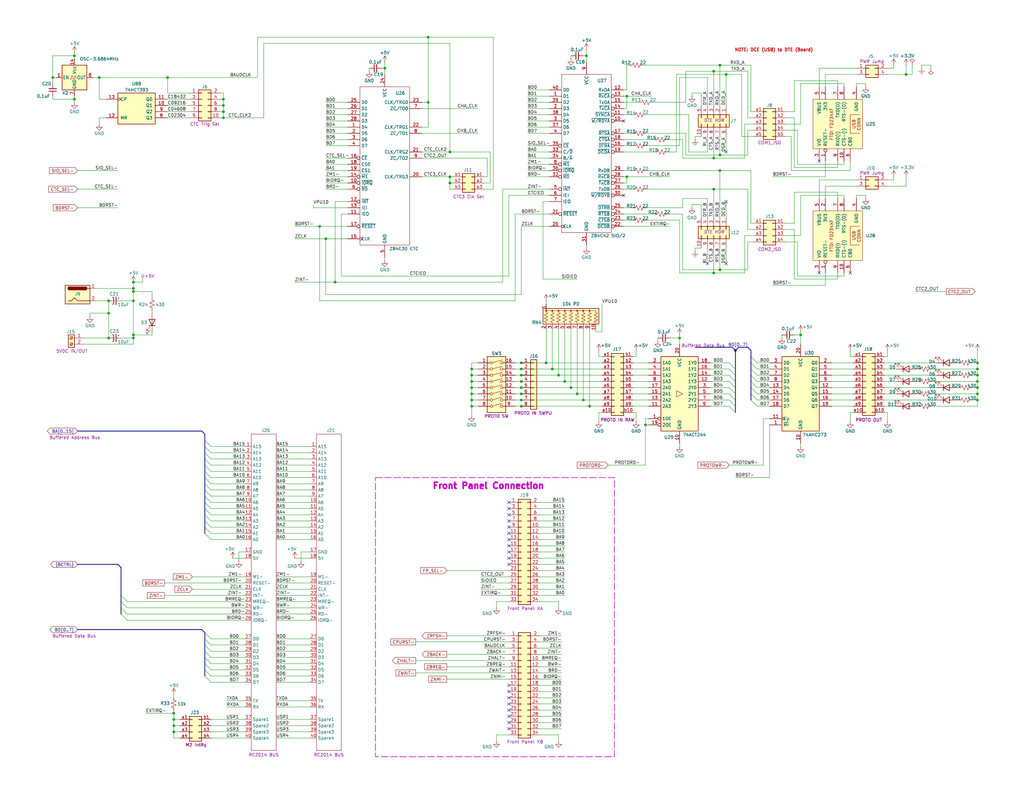
<source format=kicad_sch>
(kicad_sch (version 20250114) (generator "eeschema") (generator_version "9.0")
  (paper "User" 419.1 323.85)
  (title_block (title "SIO, CTC, and ExpIFC") (date "2025-08-15") (rev "v1.0") (company "Silky Design") (comment 1 "Copyright AESilky 2025"))
  (lib_symbols
    (symbol "74xx:74AHC273"
      (property "Reference" "U" (at -7.62 16.51 0))
      (property "Value" "74AHC273" (at -7.62 -16.51 0))
      (symbol "74AHC273_1_0"
        (pin input line (at -12.7 12.7 0) (length 5.08) (name "D0") (number "3"))
        (pin input line (at -12.7 10.16 0) (length 5.08) (name "D1") (number "4"))
        (pin input line (at -12.7 7.62 0) (length 5.08) (name "D2") (number "7"))
        (pin input line (at -12.7 5.08 0) (length 5.08) (name "D3") (number "8"))
        (pin input line (at -12.7 2.54 0) (length 5.08) (name "D4") (number "13"))
        (pin input line (at -12.7 0 0) (length 5.08) (name "D5") (number "14"))
        (pin input line (at -12.7 -2.54 0) (length 5.08) (name "D6") (number "17"))
        (pin input line (at -12.7 -5.08 0) (length 5.08) (name "D7") (number "18"))
        (pin input clock (at -12.7 -10.16 0) (length 5.08) (name "Cp") (number "11"))
        (pin input line (at -12.7 -12.7 0) (length 5.08) (name "~{Mr}") (number "1"))
        (pin power_in line (at 0 20.32 270) (length 5.08) (name "VCC") (number "20"))
        (pin power_in line (at 0 -20.32 90) (length 5.08) (name "GND") (number "10"))
        (pin output line (at 12.7 12.7 180) (length 5.08) (name "Q0") (number "2"))
        (pin output line (at 12.7 10.16 180) (length 5.08) (name "Q1") (number "5"))
        (pin output line (at 12.7 7.62 180) (length 5.08) (name "Q2") (number "6"))
        (pin output line (at 12.7 5.08 180) (length 5.08) (name "Q3") (number "9"))
        (pin output line (at 12.7 2.54 180) (length 5.08) (name "Q4") (number "12"))
        (pin output line (at 12.7 0 180) (length 5.08) (name "Q5") (number "15"))
        (pin output line (at 12.7 -2.54 180) (length 5.08) (name "Q6") (number "16"))
        (pin output line (at 12.7 -5.08 180) (length 5.08) (name "Q7") (number "19"))
      )
    )
    (symbol "74xx:74AHCT244"
      (property "Reference" "U" (at -7.62 16.51 0))
      (property "Value" "74AHCT244" (at -7.62 -16.51 0))
      (symbol "74AHCT244_1_0"
        (pin input line (at -12.7 12.7 0) (length 5.08) (name "1A0") (number "2"))
        (pin input line (at -12.7 10.16 0) (length 5.08) (name "1A1") (number "4"))
        (pin input line (at -12.7 7.62 0) (length 5.08) (name "1A2") (number "6"))
        (pin input line (at -12.7 5.08 0) (length 5.08) (name "1A3") (number "8"))
        (pin input line (at -12.7 2.54 0) (length 5.08) (name "2A0") (number "17"))
        (pin input line (at -12.7 0 0) (length 5.08) (name "2A1") (number "15"))
        (pin input line (at -12.7 -2.54 0) (length 5.08) (name "2A2") (number "13"))
        (pin input line (at -12.7 -5.08 0) (length 5.08) (name "2A3") (number "11"))
        (pin input inverted (at -12.7 -10.16 0) (length 5.08) (name "1OE") (number "1"))
        (pin input inverted (at -12.7 -12.7 0) (length 5.08) (name "2OE") (number "19"))
        (pin power_in line (at 0 20.32 270) (length 5.08) (name "VCC") (number "20"))
        (pin power_in line (at 0 -20.32 90) (length 5.08) (name "GND") (number "10"))
        (pin tri_state line (at 12.7 12.7 180) (length 5.08) (name "1Y0") (number "18"))
        (pin tri_state line (at 12.7 10.16 180) (length 5.08) (name "1Y1") (number "16"))
        (pin tri_state line (at 12.7 7.62 180) (length 5.08) (name "1Y2") (number "14"))
        (pin tri_state line (at 12.7 5.08 180) (length 5.08) (name "1Y3") (number "12"))
        (pin tri_state line (at 12.7 2.54 180) (length 5.08) (name "2Y0") (number "3"))
        (pin tri_state line (at 12.7 0 180) (length 5.08) (name "2Y1") (number "5"))
        (pin tri_state line (at 12.7 -2.54 180) (length 5.08) (name "2Y2") (number "7"))
        (pin tri_state line (at 12.7 -5.08 180) (length 5.08) (name "2Y3") (number "9"))
      )
    )
    (symbol "74xx:74LS393" (pin_names (offset 1.016))
      (property "Reference" "U" (at -7.62 8.89 0))
      (property "Value" "74LS393" (at -7.62 -8.89 0))
      (symbol "74LS393_1_0"
        (pin input clock (at -12.7 2.54 0) (length 5.08) (name "CP") (number "1"))
        (pin input line (at -12.7 -5.08 0) (length 5.08) (name "MR") (number "2"))
        (pin output line (at 12.7 2.54 180) (length 5.08) (name "Q0") (number "3"))
        (pin output line (at 12.7 0 180) (length 5.08) (name "Q1") (number "4"))
        (pin output line (at 12.7 -2.54 180) (length 5.08) (name "Q2") (number "5"))
        (pin output line (at 12.7 -5.08 180) (length 5.08) (name "Q3") (number "6"))
      )
      (symbol "74LS393_2_0"
        (pin input clock (at -12.7 2.54 0) (length 5.08) (name "CP") (number "13"))
        (pin input line (at -12.7 -5.08 0) (length 5.08) (name "MR") (number "12"))
        (pin output line (at 12.7 2.54 180) (length 5.08) (name "Q0") (number "11"))
        (pin output line (at 12.7 0 180) (length 5.08) (name "Q1") (number "10"))
        (pin output line (at 12.7 -2.54 180) (length 5.08) (name "Q2") (number "9"))
        (pin output line (at 12.7 -5.08 180) (length 5.08) (name "Q3") (number "8"))
      )
      (symbol "74LS393_3_0"
        (pin power_in line (at 0 12.7 270) (length 5.08) (name "VCC") (number "14"))
        (pin power_in line (at 0 -12.7 90) (length 5.08) (name "GND") (number "7"))
      )
    )
    (symbol "AES_Library:AES-FTDI_FT234XF_USB_UART_Module" (pin_names (offset 1.016))
      (property "Reference" "U" (at 0 27.94 0))
      (symbol "AES-FTDI_FT234XF_USB_UART_Module_1_0"
        (text "FTDI FD234XF" (at 0 19.05 0) (effects (font (size 1.27 1.27))))
      )
      (symbol "AES-FTDI_FT234XF_USB_UART_Module_1_1"
        (text "USB\nCONN" (at 0 8.89 0) (effects (font (size 1.27 1.27))))
        (pin power_in line (at -15.24 24.13 0) (length 5.08) (name "VIO") (number "3"))
        (pin input inverted (at -15.24 21.59 0) (length 5.08) (name "RESET-") (number "1"))
        (pin input line (at -15.24 16.51 0) (length 5.08) (name "RXD(I)") (number "9"))
        (pin input line (at -15.24 13.97 0) (length 5.08) (name "CTS-(I)") (number "10"))
        (pin bidirectional line (at -15.24 11.43 0) (length 5.08) (name "CB0") (number "6"))
        (pin power_out line (at 15.24 24.13 180) (length 5.08) (name "VBUS") (number "5"))
        (pin power_out line (at 15.24 21.59 180) (length 5.08) (name "3V3") (number "2"))
        (pin output line (at 15.24 16.51 180) (length 5.08) (name "TXD(O)") (number "7"))
        (pin output line (at 15.24 13.97 180) (length 5.08) (name "RTS-(O)") (number "8"))
        (pin power_in line (at 15.24 8.89 180) (length 5.08) (name "GND") (number "4"))
      )
    )
    (symbol "AES_Library:BARREL_JACK-AES" (pin_names (hide yes))
      (property "Reference" "J" (at -0.508 0 0))
      (symbol "BARREL_JACK-AES_1_1"
        (pin power_out line (at 7.62 2.54 180) (length 2.54) (name "~") (number "1"))
        (pin power_out line (at 7.62 -2.54 180) (length 2.54) (name "~") (number "2"))
      )
    )
    (symbol "AES_Library:DTE_HDR-AES" (pin_names (offset 1.016) (hide yes))
      (property "Reference" "J" (at 1.27 7.62 0))
      (property "Value" "DTE_HDR-AES" (at 1.27 -7.62 0))
      (symbol "DTE_HDR-AES_1_1"
        (pin output line (at -5.08 5.08 0) (length 3.81) (name "DCD") (number "1"))
        (pin output line (at -5.08 2.54 0) (length 3.81) (name "RXD") (number "2"))
        (pin input line (at -5.08 0 0) (length 3.81) (name "TXD") (number "3"))
        (pin input line (at -5.08 -2.54 0) (length 3.81) (name "DTR") (number "4"))
        (pin power_in line (at -5.08 -5.08 0) (length 3.81) (name "GND") (number "5"))
        (pin output line (at 7.62 5.08 180) (length 3.81) (name "DSR") (number "6"))
        (pin input line (at 7.62 2.54 180) (length 3.81) (name "RTS") (number "7"))
        (pin output line (at 7.62 0 180) (length 3.81) (name "CTS") (number "8"))
        (pin output line (at 7.62 -2.54 180) (length 3.81) (name "RI") (number "9"))
        (pin power_in line (at 7.62 -5.08 180) (length 3.81) (name "CHGND") (number "10"))
      )
    )
    (symbol "AES_Library:RC2014_BUS-AES"
      (property "Reference" "J" (at -1.524 7.874 0))
      (symbol "RC2014_BUS-AES_1_1"
        (pin tri_state line (at -7.62 55.88 0) (length 2.54) (name "A15") (number "1"))
        (pin tri_state line (at -7.62 53.34 0) (length 2.54) (name "A14") (number "2"))
        (pin tri_state line (at -7.62 50.8 0) (length 2.54) (name "A13") (number "3"))
        (pin tri_state line (at -7.62 48.26 0) (length 2.54) (name "A12") (number "4"))
        (pin tri_state line (at -7.62 45.72 0) (length 2.54) (name "A11") (number "5"))
        (pin tri_state line (at -7.62 43.18 0) (length 2.54) (name "A10") (number "6"))
        (pin tri_state line (at -7.62 40.64 0) (length 2.54) (name "A9") (number "7"))
        (pin tri_state line (at -7.62 38.1 0) (length 2.54) (name "A8") (number "8"))
        (pin tri_state line (at -7.62 35.56 0) (length 2.54) (name "A7") (number "9"))
        (pin tri_state line (at -7.62 33.02 0) (length 2.54) (name "A6") (number "10"))
        (pin tri_state line (at -7.62 30.48 0) (length 2.54) (name "A5") (number "11"))
        (pin tri_state line (at -7.62 27.94 0) (length 2.54) (name "A4") (number "12"))
        (pin tri_state line (at -7.62 25.4 0) (length 2.54) (name "A3") (number "13"))
        (pin tri_state line (at -7.62 22.86 0) (length 2.54) (name "A2") (number "14"))
        (pin tri_state line (at -7.62 20.32 0) (length 2.54) (name "A1") (number "15"))
        (pin tri_state line (at -7.62 17.78 0) (length 2.54) (name "A0") (number "16"))
        (pin power_in line (at -7.62 12.7 0) (length 2.54) (name "GND") (number "17"))
        (pin power_in line (at -7.62 10.16 0) (length 2.54) (name "5V") (number "18"))
        (pin bidirectional line (at -7.62 2.54 0) (length 2.54) (name "M1-") (number "19"))
        (pin bidirectional line (at -7.62 0 0) (length 2.54) (name "RESET-") (number "20"))
        (pin bidirectional line (at -7.62 -2.54 0) (length 2.54) (name "CLK") (number "21"))
        (pin bidirectional line (at -7.62 -5.08 0) (length 2.54) (name "INT-") (number "22"))
        (pin tri_state line (at -7.62 -7.62 0) (length 2.54) (name "MREQ-") (number "23"))
        (pin tri_state line (at -7.62 -10.16 0) (length 2.54) (name "WR-") (number "24"))
        (pin tri_state line (at -7.62 -12.7 0) (length 2.54) (name "RD-") (number "25"))
        (pin tri_state line (at -7.62 -15.24 0) (length 2.54) (name "IORQ-") (number "26"))
        (pin tri_state line (at -7.62 -22.86 0) (length 2.54) (name "D0") (number "27"))
        (pin tri_state line (at -7.62 -25.4 0) (length 2.54) (name "D1") (number "28"))
        (pin tri_state line (at -7.62 -27.94 0) (length 2.54) (name "D2") (number "29"))
        (pin tri_state line (at -7.62 -30.48 0) (length 2.54) (name "D3") (number "30"))
        (pin tri_state line (at -7.62 -33.02 0) (length 2.54) (name "D4") (number "31"))
        (pin tri_state line (at -7.62 -35.56 0) (length 2.54) (name "D5") (number "32"))
        (pin tri_state line (at -7.62 -38.1 0) (length 2.54) (name "D6") (number "33"))
        (pin tri_state line (at -7.62 -40.64 0) (length 2.54) (name "D7") (number "34"))
        (pin bidirectional line (at -7.62 -48.26 0) (length 2.54) (name "TX") (number "35"))
        (pin bidirectional line (at -7.62 -50.8 0) (length 2.54) (name "RX") (number "36"))
        (pin free line (at -7.62 -55.88 0) (length 2.54) (name "Spare1") (number "37"))
        (pin free line (at -7.62 -58.42 0) (length 2.54) (name "Spare2") (number "38"))
        (pin free line (at -7.62 -60.96 0) (length 2.54) (name "Spare3") (number "39"))
        (pin free line (at -7.62 -63.5 0) (length 2.54) (name "Spare4") (number "40"))
      )
    )
    (symbol "AES_Library:Z84C30CTC-AES"
      (property "Reference" "U" (at 0 0 0))
      (symbol "Z84C30CTC-AES_1_1"
        (pin bidirectional line (at -15.24 22.86 0) (length 5.08) (name "D0") (number "25"))
        (pin bidirectional line (at -15.24 20.32 0) (length 5.08) (name "D1") (number "26"))
        (pin bidirectional line (at -15.24 17.78 0) (length 5.08) (name "D2") (number "27"))
        (pin bidirectional line (at -15.24 15.24 0) (length 5.08) (name "D3") (number "28"))
        (pin bidirectional line (at -15.24 12.7 0) (length 5.08) (name "D4") (number "1"))
        (pin bidirectional line (at -15.24 10.16 0) (length 5.08) (name "D5") (number "2"))
        (pin bidirectional line (at -15.24 7.62 0) (length 5.08) (name "D6") (number "3"))
        (pin bidirectional line (at -15.24 5.08 0) (length 5.08) (name "D7") (number "4"))
        (pin input inverted (at -15.24 0 0) (length 5.08) (name "~{CE}") (number "16"))
        (pin input line (at -15.24 -2.54 0) (length 5.08) (name "CS0") (number "18"))
        (pin input line (at -15.24 -5.08 0) (length 5.08) (name "CS1") (number "19"))
        (pin input inverted (at -15.24 -7.62 0) (length 5.08) (name "~{M1}") (number "14"))
        (pin input inverted (at -15.24 -10.16 0) (length 5.08) (name "~{IORQ}") (number "10"))
        (pin input inverted (at -15.24 -12.7 0) (length 5.08) (name "~{RD}") (number "6"))
        (pin open_collector inverted (at -15.24 -17.78 0) (length 5.08) (name "~{INT}") (number "12"))
        (pin input line (at -15.24 -20.32 0) (length 5.08) (name "IEI") (number "13"))
        (pin output line (at -15.24 -22.86 0) (length 5.08) (name "IEO") (number "11"))
        (pin input inverted (at -15.24 -27.94 0) (length 5.08) (name "~{RESET}") (number "17"))
        (pin input clock (at -15.24 -33.02 0) (length 5.08) (name "CLK") (number "15"))
        (pin power_in line (at 0 34.29 270) (length 5.08) (name "VCC") (number "24"))
        (pin power_in line (at 0 -40.64 90) (length 5.08) (name "GND") (number "5"))
        (pin input line (at 15.24 22.86 180) (length 5.08) (name "CLK/TRG0") (number "23"))
        (pin output line (at 15.24 20.32 180) (length 5.08) (name "ZC/TO0") (number "7"))
        (pin input line (at 15.24 12.7 180) (length 5.08) (name "CLK/TRG1") (number "22"))
        (pin output line (at 15.24 10.16 180) (length 5.08) (name "ZC/TO1") (number "8"))
        (pin input line (at 15.24 2.54 180) (length 5.08) (name "CLK/TRG2") (number "21"))
        (pin output line (at 15.24 0 180) (length 5.08) (name "ZC/TO2") (number "9"))
        (pin input line (at 15.24 -7.62 180) (length 5.08) (name "CLK/TRG3") (number "20"))
      )
    )
    (symbol "AES_Library:Z84C42SIO2-AES"
      (property "Reference" "U" (at 0 0 0))
      (symbol "Z84C42SIO2-AES_1_1"
        (pin bidirectional line (at -15.24 27.94 0) (length 5.08) (name "D0") (number "40"))
        (pin bidirectional line (at -15.24 25.4 0) (length 5.08) (name "D1") (number "1"))
        (pin bidirectional line (at -15.24 22.86 0) (length 5.08) (name "D2") (number "39"))
        (pin bidirectional line (at -15.24 20.32 0) (length 5.08) (name "D3") (number "2"))
        (pin bidirectional line (at -15.24 17.78 0) (length 5.08) (name "D4") (number "38"))
        (pin bidirectional line (at -15.24 15.24 0) (length 5.08) (name "D5") (number "3"))
        (pin bidirectional line (at -15.24 12.7 0) (length 5.08) (name "D6") (number "37"))
        (pin bidirectional line (at -15.24 10.16 0) (length 5.08) (name "D7") (number "4"))
        (pin input inverted (at -15.24 5.08 0) (length 5.08) (name "~{CE}") (number "35"))
        (pin input line (at -15.24 2.54 0) (length 5.08) (name "C/~{D}") (number "33"))
        (pin input line (at -15.24 0 0) (length 5.08) (name "B/~{A}") (number "34"))
        (pin input inverted (at -15.24 -2.54 0) (length 5.08) (name "~{M1}") (number "8"))
        (pin input inverted (at -15.24 -5.08 0) (length 5.08) (name "~{IORQ}") (number "36"))
        (pin input inverted (at -15.24 -7.62 0) (length 5.08) (name "~{RD}") (number "32"))
        (pin open_collector inverted (at -15.24 -12.7 0) (length 5.08) (name "~{INT}") (number "5"))
        (pin input line (at -15.24 -15.24 0) (length 5.08) (name "IEI") (number "6"))
        (pin output line (at -15.24 -17.78 0) (length 5.08) (name "IEO") (number "7"))
        (pin input inverted (at -15.24 -22.86 0) (length 5.08) (name "~{RESET}") (number "21"))
        (pin input clock (at -15.24 -27.94 0) (length 5.08) (name "CLK") (number "20"))
        (pin power_in line (at 0 39.37 270) (length 5.08) (name "VCC") (number "9"))
        (pin power_in line (at 0 -35.56 90) (length 5.08) (name "GND") (number "31"))
        (pin input line (at 15.24 27.94 180) (length 5.08) (name "RxDA") (number "12"))
        (pin input inverted (at 15.24 25.4 180) (length 5.08) (name "~{RxCA}") (number "13"))
        (pin output line (at 15.24 22.86 180) (length 5.08) (name "TxDA") (number "15"))
        (pin input inverted (at 15.24 20.32 180) (length 5.08) (name "~{TxCA}") (number "14"))
        (pin output inverted (at 15.24 17.78 180) (length 5.08) (name "~{SYNCA}") (number "11"))
        (pin output inverted (at 15.24 15.24 180) (length 5.08) (name "~{W/RDYA}") (number "10"))
        (pin output inverted (at 15.24 10.16 180) (length 5.08) (name "~{RTSA}") (number "17"))
        (pin input inverted (at 15.24 7.62 180) (length 5.08) (name "~{CTSA}") (number "18"))
        (pin output inverted (at 15.24 5.08 180) (length 5.08) (name "~{DTRA}") (number "16"))
        (pin input inverted (at 15.24 2.54 180) (length 5.08) (name "~{DCDA}") (number "19"))
        (pin input line (at 15.24 -5.08 180) (length 5.08) (name "RxDB") (number "29"))
        (pin input inverted (at 15.24 -7.62 180) (length 5.08) (name "~{RxCB}") (number "28"))
        (pin input inverted (at 15.24 -10.16 180) (length 5.08) (name "~{TxCB}") (number "27"))
        (pin output line (at 15.24 -12.7 180) (length 5.08) (name "TxDB") (number "26"))
        (pin output inverted (at 15.24 -15.24 180) (length 5.08) (name "~{W/RDYB}") (number "30"))
        (pin output inverted (at 15.24 -20.32 180) (length 5.08) (name "~{DTRB}") (number "25"))
        (pin output inverted (at 15.24 -22.86 180) (length 5.08) (name "~{RTSB}") (number "24"))
        (pin input inverted (at 15.24 -25.4 180) (length 5.08) (name "~{CTSB}") (number "23"))
        (pin input inverted (at 15.24 -27.94 180) (length 5.08) (name "~{DCDB}") (number "22"))
      )
    )
    (symbol "Connector:Screw_Terminal_01x02" (pin_names (offset 1.016) (hide yes))
      (property "Reference" "J" (at 0 2.54 0))
      (property "Value" "Screw_Terminal_01x02" (at 0 -5.08 0))
      (symbol "Screw_Terminal_01x02_1_1"
        (pin passive line (at -5.08 0 0) (length 3.81) (name "Pin_1") (number "1"))
        (pin passive line (at -5.08 -2.54 0) (length 3.81) (name "Pin_2") (number "2"))
      )
    )
    (symbol "Connector_Generic:Conn_01x08" (pin_names (offset 1.016) (hide yes))
      (property "Reference" "J" (at 0 10.16 0))
      (property "Value" "Conn_01x08" (at 0 -12.7 0))
      (symbol "Conn_01x08_1_1"
        (pin passive line (at -5.08 7.62 0) (length 3.81) (name "Pin_1") (number "1"))
        (pin passive line (at -5.08 5.08 0) (length 3.81) (name "Pin_2") (number "2"))
        (pin passive line (at -5.08 2.54 0) (length 3.81) (name "Pin_3") (number "3"))
        (pin passive line (at -5.08 0 0) (length 3.81) (name "Pin_4") (number "4"))
        (pin passive line (at -5.08 -2.54 0) (length 3.81) (name "Pin_5") (number "5"))
        (pin passive line (at -5.08 -5.08 0) (length 3.81) (name "Pin_6") (number "6"))
        (pin passive line (at -5.08 -7.62 0) (length 3.81) (name "Pin_7") (number "7"))
        (pin passive line (at -5.08 -10.16 0) (length 3.81) (name "Pin_8") (number "8"))
      )
    )
    (symbol "Connector_Generic:Conn_02x02_Odd_Even" (pin_names (offset 1.016) (hide yes))
      (property "Reference" "J" (at 1.27 2.54 0))
      (property "Value" "Conn_02x02_Odd_Even" (at 1.27 -5.08 0))
      (symbol "Conn_02x02_Odd_Even_1_1"
        (pin passive line (at -5.08 0 0) (length 3.81) (name "Pin_1") (number "1"))
        (pin passive line (at -5.08 -2.54 0) (length 3.81) (name "Pin_3") (number "3"))
        (pin passive line (at 7.62 0 180) (length 3.81) (name "Pin_2") (number "2"))
        (pin passive line (at 7.62 -2.54 180) (length 3.81) (name "Pin_4") (number "4"))
      )
    )
    (symbol "Connector_Generic:Conn_02x03_Row_Letter_First" (pin_names (offset 1.016) (hide yes))
      (property "Reference" "J" (at 1.27 5.08 0))
      (property "Value" "Conn_02x03_Row_Letter_First" (at 1.27 -5.08 0))
      (symbol "Conn_02x03_Row_Letter_First_1_1"
        (pin passive line (at -5.08 2.54 0) (length 3.81) (name "Pin_a1") (number "a1"))
        (pin passive line (at -5.08 0 0) (length 3.81) (name "Pin_a2") (number "a2"))
        (pin passive line (at -5.08 -2.54 0) (length 3.81) (name "Pin_a3") (number "a3"))
        (pin passive line (at 7.62 2.54 180) (length 3.81) (name "Pin_b1") (number "b1"))
        (pin passive line (at 7.62 0 180) (length 3.81) (name "Pin_b2") (number "b2"))
        (pin passive line (at 7.62 -2.54 180) (length 3.81) (name "Pin_b3") (number "b3"))
      )
    )
    (symbol "Connector_Generic:Conn_02x04_Row_Letter_First" (pin_names (offset 1.016) (hide yes))
      (property "Reference" "J" (at 1.27 5.08 0))
      (property "Value" "Conn_02x04_Row_Letter_First" (at 1.27 -7.62 0))
      (symbol "Conn_02x04_Row_Letter_First_1_1"
        (pin passive line (at -5.08 2.54 0) (length 3.81) (name "Pin_a1") (number "a1"))
        (pin passive line (at -5.08 0 0) (length 3.81) (name "Pin_a2") (number "a2"))
        (pin passive line (at -5.08 -2.54 0) (length 3.81) (name "Pin_a3") (number "a3"))
        (pin passive line (at -5.08 -5.08 0) (length 3.81) (name "Pin_a4") (number "a4"))
        (pin passive line (at 7.62 2.54 180) (length 3.81) (name "Pin_b1") (number "b1"))
        (pin passive line (at 7.62 0 180) (length 3.81) (name "Pin_b2") (number "b2"))
        (pin passive line (at 7.62 -2.54 180) (length 3.81) (name "Pin_b3") (number "b3"))
        (pin passive line (at 7.62 -5.08 180) (length 3.81) (name "Pin_b4") (number "b4"))
      )
    )
    (symbol "Connector_Generic:Conn_02x05_Odd_Even" (pin_names (offset 1.016) (hide yes))
      (property "Reference" "J" (at 1.27 7.62 0))
      (property "Value" "Conn_02x05_Odd_Even" (at 1.27 -7.62 0))
      (symbol "Conn_02x05_Odd_Even_1_1"
        (pin passive line (at -5.08 5.08 0) (length 3.81) (name "Pin_1") (number "1"))
        (pin passive line (at -5.08 2.54 0) (length 3.81) (name "Pin_3") (number "3"))
        (pin passive line (at -5.08 0 0) (length 3.81) (name "Pin_5") (number "5"))
        (pin passive line (at -5.08 -2.54 0) (length 3.81) (name "Pin_7") (number "7"))
        (pin passive line (at -5.08 -5.08 0) (length 3.81) (name "Pin_9") (number "9"))
        (pin passive line (at 7.62 5.08 180) (length 3.81) (name "Pin_2") (number "2"))
        (pin passive line (at 7.62 2.54 180) (length 3.81) (name "Pin_4") (number "4"))
        (pin passive line (at 7.62 0 180) (length 3.81) (name "Pin_6") (number "6"))
        (pin passive line (at 7.62 -2.54 180) (length 3.81) (name "Pin_8") (number "8"))
        (pin passive line (at 7.62 -5.08 180) (length 3.81) (name "Pin_10") (number "10"))
      )
    )
    (symbol "Connector_Generic:Conn_02x05_Row_Letter_First" (pin_names (offset 1.016) (hide yes))
      (property "Reference" "J" (at 1.27 7.62 0))
      (property "Value" "Conn_02x05_Row_Letter_First" (at 1.27 -7.62 0))
      (symbol "Conn_02x05_Row_Letter_First_1_1"
        (pin passive line (at -5.08 5.08 0) (length 3.81) (name "Pin_a1") (number "a1"))
        (pin passive line (at -5.08 2.54 0) (length 3.81) (name "Pin_a2") (number "a2"))
        (pin passive line (at -5.08 0 0) (length 3.81) (name "Pin_a3") (number "a3"))
        (pin passive line (at -5.08 -2.54 0) (length 3.81) (name "Pin_a4") (number "a4"))
        (pin passive line (at -5.08 -5.08 0) (length 3.81) (name "Pin_a5") (number "a5"))
        (pin passive line (at 7.62 5.08 180) (length 3.81) (name "Pin_b1") (number "b1"))
        (pin passive line (at 7.62 2.54 180) (length 3.81) (name "Pin_b2") (number "b2"))
        (pin passive line (at 7.62 0 180) (length 3.81) (name "Pin_b3") (number "b3"))
        (pin passive line (at 7.62 -2.54 180) (length 3.81) (name "Pin_b4") (number "b4"))
        (pin passive line (at 7.62 -5.08 180) (length 3.81) (name "Pin_b5") (number "b5"))
      )
    )
    (symbol "Connector_Generic:Conn_02x10_Row_Letter_First" (pin_names (offset 1.016) (hide yes))
      (property "Reference" "J" (at 1.27 12.7 0))
      (property "Value" "Conn_02x10_Row_Letter_First" (at 1.27 -15.24 0))
      (symbol "Conn_02x10_Row_Letter_First_1_1"
        (pin passive line (at -5.08 10.16 0) (length 3.81) (name "Pin_a1") (number "a1"))
        (pin passive line (at -5.08 7.62 0) (length 3.81) (name "Pin_a2") (number "a2"))
        (pin passive line (at -5.08 5.08 0) (length 3.81) (name "Pin_a3") (number "a3"))
        (pin passive line (at -5.08 2.54 0) (length 3.81) (name "Pin_a4") (number "a4"))
        (pin passive line (at -5.08 0 0) (length 3.81) (name "Pin_a5") (number "a5"))
        (pin passive line (at -5.08 -2.54 0) (length 3.81) (name "Pin_a6") (number "a6"))
        (pin passive line (at -5.08 -5.08 0) (length 3.81) (name "Pin_a7") (number "a7"))
        (pin passive line (at -5.08 -7.62 0) (length 3.81) (name "Pin_a8") (number "a8"))
        (pin passive line (at -5.08 -10.16 0) (length 3.81) (name "Pin_a9") (number "a9"))
        (pin passive line (at -5.08 -12.7 0) (length 3.81) (name "Pin_a10") (number "a10"))
        (pin passive line (at 7.62 10.16 180) (length 3.81) (name "Pin_b1") (number "b1"))
        (pin passive line (at 7.62 7.62 180) (length 3.81) (name "Pin_b2") (number "b2"))
        (pin passive line (at 7.62 5.08 180) (length 3.81) (name "Pin_b3") (number "b3"))
        (pin passive line (at 7.62 2.54 180) (length 3.81) (name "Pin_b4") (number "b4"))
        (pin passive line (at 7.62 0 180) (length 3.81) (name "Pin_b5") (number "b5"))
        (pin passive line (at 7.62 -2.54 180) (length 3.81) (name "Pin_b6") (number "b6"))
        (pin passive line (at 7.62 -5.08 180) (length 3.81) (name "Pin_b7") (number "b7"))
        (pin passive line (at 7.62 -7.62 180) (length 3.81) (name "Pin_b8") (number "b8"))
        (pin passive line (at 7.62 -10.16 180) (length 3.81) (name "Pin_b9") (number "b9"))
        (pin passive line (at 7.62 -12.7 180) (length 3.81) (name "Pin_b10") (number "b10"))
      )
    )
    (symbol "Connector_Generic:Conn_02x17_Odd_Even" (pin_names (offset 1.016) (hide yes))
      (property "Reference" "J" (at 1.27 22.86 0))
      (property "Value" "Conn_02x17_Odd_Even" (at 1.27 -22.86 0))
      (symbol "Conn_02x17_Odd_Even_1_1"
        (pin passive line (at -5.08 20.32 0) (length 3.81) (name "Pin_1") (number "1"))
        (pin passive line (at -5.08 17.78 0) (length 3.81) (name "Pin_3") (number "3"))
        (pin passive line (at -5.08 15.24 0) (length 3.81) (name "Pin_5") (number "5"))
        (pin passive line (at -5.08 12.7 0) (length 3.81) (name "Pin_7") (number "7"))
        (pin passive line (at -5.08 10.16 0) (length 3.81) (name "Pin_9") (number "9"))
        (pin passive line (at -5.08 7.62 0) (length 3.81) (name "Pin_11") (number "11"))
        (pin passive line (at -5.08 5.08 0) (length 3.81) (name "Pin_13") (number "13"))
        (pin passive line (at -5.08 2.54 0) (length 3.81) (name "Pin_15") (number "15"))
        (pin passive line (at -5.08 0 0) (length 3.81) (name "Pin_17") (number "17"))
        (pin passive line (at -5.08 -2.54 0) (length 3.81) (name "Pin_19") (number "19"))
        (pin passive line (at -5.08 -5.08 0) (length 3.81) (name "Pin_21") (number "21"))
        (pin passive line (at -5.08 -7.62 0) (length 3.81) (name "Pin_23") (number "23"))
        (pin passive line (at -5.08 -10.16 0) (length 3.81) (name "Pin_25") (number "25"))
        (pin passive line (at -5.08 -12.7 0) (length 3.81) (name "Pin_27") (number "27"))
        (pin passive line (at -5.08 -15.24 0) (length 3.81) (name "Pin_29") (number "29"))
        (pin passive line (at -5.08 -17.78 0) (length 3.81) (name "Pin_31") (number "31"))
        (pin passive line (at -5.08 -20.32 0) (length 3.81) (name "Pin_33") (number "33"))
        (pin passive line (at 7.62 20.32 180) (length 3.81) (name "Pin_2") (number "2"))
        (pin passive line (at 7.62 17.78 180) (length 3.81) (name "Pin_4") (number "4"))
        (pin passive line (at 7.62 15.24 180) (length 3.81) (name "Pin_6") (number "6"))
        (pin passive line (at 7.62 12.7 180) (length 3.81) (name "Pin_8") (number "8"))
        (pin passive line (at 7.62 10.16 180) (length 3.81) (name "Pin_10") (number "10"))
        (pin passive line (at 7.62 7.62 180) (length 3.81) (name "Pin_12") (number "12"))
        (pin passive line (at 7.62 5.08 180) (length 3.81) (name "Pin_14") (number "14"))
        (pin passive line (at 7.62 2.54 180) (length 3.81) (name "Pin_16") (number "16"))
        (pin passive line (at 7.62 0 180) (length 3.81) (name "Pin_18") (number "18"))
        (pin passive line (at 7.62 -2.54 180) (length 3.81) (name "Pin_20") (number "20"))
        (pin passive line (at 7.62 -5.08 180) (length 3.81) (name "Pin_22") (number "22"))
        (pin passive line (at 7.62 -7.62 180) (length 3.81) (name "Pin_24") (number "24"))
        (pin passive line (at 7.62 -10.16 180) (length 3.81) (name "Pin_26") (number "26"))
        (pin passive line (at 7.62 -12.7 180) (length 3.81) (name "Pin_28") (number "28"))
        (pin passive line (at 7.62 -15.24 180) (length 3.81) (name "Pin_30") (number "30"))
        (pin passive line (at 7.62 -17.78 180) (length 3.81) (name "Pin_32") (number "32"))
        (pin passive line (at 7.62 -20.32 180) (length 3.81) (name "Pin_34") (number "34"))
      )
    )
    (symbol "Device:C_Polarized_Small_US" (pin_numbers (hide yes)) (pin_names (offset 0.254) (hide yes))
      (property "Reference" "C" (at 0.254 1.778 0))
      (property "Value" "C_Polarized_Small_US" (at 0.254 -2.032 0))
      (symbol "C_Polarized_Small_US_1_1"
        (pin passive line (at 0 2.54 270) (length 2.032) (name "~") (number "1"))
        (pin passive line (at 0 -2.54 90) (length 2.032) (name "~") (number "2"))
      )
    )
    (symbol "Device:C_Small" (pin_numbers (hide yes)) (pin_names (offset 0.254) (hide yes))
      (property "Reference" "C" (at 0.254 1.778 0))
      (property "Value" "C_Small" (at 0.254 -2.032 0))
      (symbol "C_Small_1_1"
        (pin passive line (at 0 2.54 270) (length 2.032) (name "~") (number "1"))
        (pin passive line (at 0 -2.54 90) (length 2.032) (name "~") (number "2"))
      )
    )
    (symbol "Device:LED" (pin_numbers (hide yes)) (pin_names (offset 1.016) (hide yes))
      (property "Reference" "D" (at 0 2.54 0))
      (property "Value" "LED" (at 0 -2.54 0))
      (symbol "LED_1_1"
        (pin passive line (at -3.81 0 0) (length 2.54) (name "K") (number "1"))
        (pin passive line (at 3.81 0 180) (length 2.54) (name "A") (number "2"))
      )
    )
    (symbol "Device:R_Network09_US" (pin_names (offset 0) (hide yes))
      (property "Reference" "RN" (at -12.7 0 90))
      (property "Value" "R_Network09_US" (at 12.7 0 90))
      (symbol "R_Network09_US_1_1"
        (pin passive line (at -10.16 5.08 270) (length 2.54) (name "common") (number "1"))
        (pin passive line (at -10.16 -5.08 90) (length 1.27) (name "R1") (number "2"))
        (pin passive line (at -7.62 -5.08 90) (length 1.27) (name "R2") (number "3"))
        (pin passive line (at -5.08 -5.08 90) (length 1.27) (name "R3") (number "4"))
        (pin passive line (at -2.54 -5.08 90) (length 1.27) (name "R4") (number "5"))
        (pin passive line (at 0 -5.08 90) (length 1.27) (name "R5") (number "6"))
        (pin passive line (at 2.54 -5.08 90) (length 1.27) (name "R6") (number "7"))
        (pin passive line (at 5.08 -5.08 90) (length 1.27) (name "R7") (number "8"))
        (pin passive line (at 7.62 -5.08 90) (length 1.27) (name "R8") (number "9"))
        (pin passive line (at 10.16 -5.08 90) (length 1.27) (name "R9") (number "10"))
      )
    )
    (symbol "Device:R_Small_US" (pin_numbers (hide yes)) (pin_names (offset 0.254) (hide yes))
      (property "Reference" "R" (at 0.762 0.508 0))
      (property "Value" "R_Small_US" (at 0.762 -1.016 0))
      (symbol "R_Small_US_1_1"
        (pin passive line (at 0 2.54 270) (length 1.016) (name "~") (number "1"))
        (pin passive line (at 0 -2.54 90) (length 1.016) (name "~") (number "2"))
      )
    )
    (symbol "Oscillator:CXO_DIP14" (pin_names (offset 0.254))
      (property "Reference" "Y" (at -5.08 6.35 0))
      (property "Value" "CXO_DIP14" (at 1.27 -6.35 0))
      (symbol "CXO_DIP14_1_1"
        (pin input line (at -7.62 0 0) (length 2.54) (name "EN") (number "1"))
        (pin power_in line (at 0 7.62 270) (length 2.54) (name "Vcc") (number "14"))
        (pin power_in line (at 0 -7.62 90) (length 2.54) (name "GND") (number "7"))
        (pin output line (at 7.62 0 180) (length 2.54) (name "OUT") (number "8"))
      )
    )
    (symbol "RC2014_BUS-AES_1"
      (property "Reference" "J" (at -1.524 7.874 0))
      (symbol "RC2014_BUS-AES_1_1_1"
        (pin tri_state line (at -7.62 55.88 0) (length 2.54) (name "A15") (number "1"))
        (pin tri_state line (at -7.62 53.34 0) (length 2.54) (name "A14") (number "2"))
        (pin tri_state line (at -7.62 50.8 0) (length 2.54) (name "A13") (number "3"))
        (pin tri_state line (at -7.62 48.26 0) (length 2.54) (name "A12") (number "4"))
        (pin tri_state line (at -7.62 45.72 0) (length 2.54) (name "A11") (number "5"))
        (pin tri_state line (at -7.62 43.18 0) (length 2.54) (name "A10") (number "6"))
        (pin tri_state line (at -7.62 40.64 0) (length 2.54) (name "A9") (number "7"))
        (pin tri_state line (at -7.62 38.1 0) (length 2.54) (name "A8") (number "8"))
        (pin tri_state line (at -7.62 35.56 0) (length 2.54) (name "A7") (number "9"))
        (pin tri_state line (at -7.62 33.02 0) (length 2.54) (name "A6") (number "10"))
        (pin tri_state line (at -7.62 30.48 0) (length 2.54) (name "A5") (number "11"))
        (pin tri_state line (at -7.62 27.94 0) (length 2.54) (name "A4") (number "12"))
        (pin tri_state line (at -7.62 25.4 0) (length 2.54) (name "A3") (number "13"))
        (pin tri_state line (at -7.62 22.86 0) (length 2.54) (name "A2") (number "14"))
        (pin tri_state line (at -7.62 20.32 0) (length 2.54) (name "A1") (number "15"))
        (pin tri_state line (at -7.62 17.78 0) (length 2.54) (name "A0") (number "16"))
        (pin power_in line (at -7.62 12.7 0) (length 2.54) (name "GND") (number "17"))
        (pin power_in line (at -7.62 10.16 0) (length 2.54) (name "5V") (number "18"))
        (pin bidirectional line (at -7.62 2.54 0) (length 2.54) (name "M1-") (number "19"))
        (pin bidirectional line (at -7.62 0 0) (length 2.54) (name "RESET-") (number "20"))
        (pin bidirectional line (at -7.62 -2.54 0) (length 2.54) (name "CLK") (number "21"))
        (pin bidirectional line (at -7.62 -5.08 0) (length 2.54) (name "INT-") (number "22"))
        (pin tri_state line (at -7.62 -7.62 0) (length 2.54) (name "MREQ-") (number "23"))
        (pin tri_state line (at -7.62 -10.16 0) (length 2.54) (name "WR-") (number "24"))
        (pin tri_state line (at -7.62 -12.7 0) (length 2.54) (name "RD-") (number "25"))
        (pin tri_state line (at -7.62 -15.24 0) (length 2.54) (name "IORQ-") (number "26"))
        (pin tri_state line (at -7.62 -22.86 0) (length 2.54) (name "D0") (number "27"))
        (pin tri_state line (at -7.62 -25.4 0) (length 2.54) (name "D1") (number "28"))
        (pin tri_state line (at -7.62 -27.94 0) (length 2.54) (name "D2") (number "29"))
        (pin tri_state line (at -7.62 -30.48 0) (length 2.54) (name "D3") (number "30"))
        (pin tri_state line (at -7.62 -33.02 0) (length 2.54) (name "D4") (number "31"))
        (pin tri_state line (at -7.62 -35.56 0) (length 2.54) (name "D5") (number "32"))
        (pin tri_state line (at -7.62 -38.1 0) (length 2.54) (name "D6") (number "33"))
        (pin tri_state line (at -7.62 -40.64 0) (length 2.54) (name "D7") (number "34"))
        (pin bidirectional line (at -7.62 -48.26 0) (length 2.54) (name "TX") (number "35"))
        (pin bidirectional line (at -7.62 -50.8 0) (length 2.54) (name "RX") (number "36"))
        (pin free line (at -7.62 -55.88 0) (length 2.54) (name "Spare1") (number "37"))
        (pin free line (at -7.62 -58.42 0) (length 2.54) (name "Spare2") (number "38"))
        (pin free line (at -7.62 -60.96 0) (length 2.54) (name "Spare3") (number "39"))
        (pin free line (at -7.62 -63.5 0) (length 2.54) (name "Spare4") (number "40"))
      )
    )
    (symbol "Switch:SW_DIP_x08" (pin_names (offset 0) (hide yes))
      (property "Reference" "SW" (at 0 13.97 0))
      (property "Value" "SW_DIP_x08" (at 0 -11.43 0))
      (symbol "SW_DIP_x08_1_1"
        (pin passive line (at -7.62 10.16 0) (length 5.08) (name "~") (number "1"))
        (pin passive line (at -7.62 7.62 0) (length 5.08) (name "~") (number "2"))
        (pin passive line (at -7.62 5.08 0) (length 5.08) (name "~") (number "3"))
        (pin passive line (at -7.62 2.54 0) (length 5.08) (name "~") (number "4"))
        (pin passive line (at -7.62 0 0) (length 5.08) (name "~") (number "5"))
        (pin passive line (at -7.62 -2.54 0) (length 5.08) (name "~") (number "6"))
        (pin passive line (at -7.62 -5.08 0) (length 5.08) (name "~") (number "7"))
        (pin passive line (at -7.62 -7.62 0) (length 5.08) (name "~") (number "8"))
        (pin passive line (at 7.62 10.16 180) (length 5.08) (name "~") (number "16"))
        (pin passive line (at 7.62 7.62 180) (length 5.08) (name "~") (number "15"))
        (pin passive line (at 7.62 5.08 180) (length 5.08) (name "~") (number "14"))
        (pin passive line (at 7.62 2.54 180) (length 5.08) (name "~") (number "13"))
        (pin passive line (at 7.62 0 180) (length 5.08) (name "~") (number "12"))
        (pin passive line (at 7.62 -2.54 180) (length 5.08) (name "~") (number "11"))
        (pin passive line (at 7.62 -5.08 180) (length 5.08) (name "~") (number "10"))
        (pin passive line (at 7.62 -7.62 180) (length 5.08) (name "~") (number "9"))
      )
    )
    (symbol "power:+3.3V" (power) (pin_numbers (hide yes)) (pin_names (offset 0) (hide yes))
      (property "Value" "+3.3V" (at 0 3.556 0))
      (symbol "+3.3V_1_1"
        (pin power_in line (at 0 0 90) (length 0) (name "~") (number "1"))
      )
    )
    (symbol "power:+5V" (power) (pin_numbers (hide yes)) (pin_names (offset 0) (hide yes))
      (property "Value" "+5V" (at 0 3.556 0))
      (symbol "+5V_1_1"
        (pin power_in line (at 0 0 90) (length 0) (name "~") (number "1"))
      )
    )
    (symbol "power:Earth" (power) (pin_numbers (hide yes)) (pin_names (offset 0) (hide yes))
      (property "Value" "Earth" (at 0 -3.81 0))
      (symbol "Earth_1_1"
        (pin power_in line (at 0 0 270) (length 0) (name "~") (number "1"))
      )
    )
    (symbol "power:GND" (power) (pin_numbers (hide yes)) (pin_names (offset 0) (hide yes))
      (property "Value" "GND" (at 0 -3.81 0))
      (symbol "GND_1_1"
        (pin power_in line (at 0 0 270) (length 0) (name "~") (number "1"))
      )
    )
    (symbol "power:PWR_FLAG" (power) (pin_numbers (hide yes)) (pin_names (offset 0) (hide yes))
      (property "Value" "PWR_FLAG" (at 0 3.81 0))
      (symbol "PWR_FLAG_0_0"
        (pin power_out line (at 0 0 90) (length 0) (name "~") (number "1"))
      )
    )
  )
  (rectangle (start 153.67 195.58) (end 251.46 309.88) (stroke (width 0.254) (type dash) (color 194 0 194 1)))
  (text "NOTE: DCE (USB) to DTE (Board)" (at 316.738 20.574 0) (effects (font (size 1.27 1.27) (thickness 0.254) (bold yes))))
  (text "Front Panel Connection" (at 199.898 199.136 0) (effects (font (size 2.54 2.54) (thickness 0.762) (bold yes))))
  (junction (at 400.05 148.59))
  (junction (at 193.04 163.83))
  (junction (at 91.44 48.26))
  (junction (at 71.12 299.72))
  (junction (at 193.04 153.67))
  (junction (at 193.04 151.13))
  (junction (at 213.36 153.67))
  (junction (at 213.36 156.21))
  (junction (at 193.04 158.75))
  (junction (at 400.05 158.75))
  (junction (at 241.3 166.37))
  (junction (at 54.61 119.38))
  (junction (at 184.15 74.93))
  (junction (at 213.36 148.59))
  (junction (at 193.04 161.29))
  (junction (at 238.76 163.83))
  (junction (at 294.64 26.67))
  (junction (at 294.64 63.5))
  (junction (at 54.61 123.19))
  (junction (at 175.26 15.24))
  (junction (at 184.15 62.23))
  (junction (at 256.54 39.37))
  (junction (at 292.1 29.21))
  (junction (at 54.61 115.57))
  (junction (at 292.1 77.47))
  (junction (at 44.45 123.19))
  (junction (at 137.16 115.57))
  (junction (at 400.05 156.21))
  (junction (at 292.1 111.76))
  (junction (at 228.6 153.67))
  (junction (at 223.52 148.59))
  (junction (at 294.64 110.49))
  (junction (at 91.44 43.18))
  (junction (at 71.12 297.18))
  (junction (at 400.05 163.83))
  (junction (at 130.81 92.71))
  (junction (at 233.68 158.75))
  (junction (at 30.48 22.86))
  (junction (at 256.54 72.39))
  (junction (at 231.14 156.21))
  (junction (at 54.61 137.16))
  (junction (at 54.61 138.43))
  (junction (at 213.36 158.75))
  (junction (at 68.58 31.75))
  (junction (at 193.04 166.37))
  (junction (at 71.12 292.1))
  (junction (at 327.66 137.16))
  (junction (at 44.45 128.27))
  (junction (at 294.64 69.85))
  (junction (at 44.45 138.43))
  (junction (at 300.99 143.51))
  (junction (at 193.04 156.21))
  (junction (at 400.05 161.29))
  (junction (at 157.48 27.94))
  (junction (at 213.36 161.29))
  (junction (at 91.44 40.64))
  (junction (at 213.36 166.37))
  (junction (at 91.44 45.72))
  (junction (at 240.03 22.86))
  (junction (at 297.18 30.48))
  (junction (at 226.06 151.13))
  (junction (at 30.48 40.64))
  (junction (at 236.22 161.29))
  (junction (at 71.12 294.64))
  (junction (at 213.36 163.83))
  (junction (at 278.13 138.43))
  (junction (at 54.61 118.11))
  (junction (at 264.16 173.99))
  (junction (at 175.26 41.91))
  (junction (at 21.59 31.75))
  (junction (at 400.05 151.13))
  (junction (at 213.36 151.13))
  (junction (at 370.84 30.48))
  (junction (at 292.1 64.77))
  (junction (at 400.05 153.67))
  (junction (at 40.64 31.75))
  (junction (at 133.35 97.79))
  (junction (at 184.15 72.39))
  (no_connect (at 208.28 290.83))
  (no_connect (at 255.27 49.53))
  (no_connect (at 208.28 295.91))
  (no_connect (at 208.28 285.75))
  (no_connect (at 335.28 66.04))
  (no_connect (at 208.28 215.9))
  (no_connect (at 208.28 226.06))
  (no_connect (at 297.18 62.23))
  (no_connect (at 297.18 82.55))
  (no_connect (at 208.28 218.44))
  (no_connect (at 208.28 223.52))
  (no_connect (at 208.28 213.36))
  (no_connect (at 347.98 111.76))
  (no_connect (at 208.28 283.21))
  (no_connect (at 335.28 111.76))
  (no_connect (at 255.27 80.01))
  (no_connect (at 208.28 228.6))
  (no_connect (at 297.18 107.95))
  (no_connect (at 208.28 231.14))
  (no_connect (at 208.28 210.82))
  (no_connect (at 208.28 208.28))
  (no_connect (at 208.28 280.67))
  (no_connect (at 289.56 107.95))
  (no_connect (at 208.28 205.74))
  (no_connect (at 208.28 298.45))
  (no_connect (at 208.28 288.29))
  (no_connect (at 208.28 220.98))
  (no_connect (at 208.28 293.37))
  (bus_entry (at 83.82 208.28) (size 2.54 2.54))
  (bus_entry (at 83.82 261.62) (size 2.54 2.54))
  (bus_entry (at 49.53 248.92) (size 2.54 2.54))
  (bus_entry (at 307.34 163.83) (size 2.54 2.54))
  (bus_entry (at 83.82 193.04) (size 2.54 2.54))
  (bus_entry (at 83.82 205.74) (size 2.54 2.54))
  (bus_entry (at 83.82 187.96) (size 2.54 2.54))
  (bus_entry (at 298.45 151.13) (size 2.54 2.54))
  (bus_entry (at 307.34 151.13) (size 2.54 2.54))
  (bus_entry (at 83.82 274.32) (size 2.54 2.54))
  (bus_entry (at 83.82 276.86) (size 2.54 2.54))
  (bus_entry (at 49.53 246.38) (size 2.54 2.54))
  (bus_entry (at 83.82 195.58) (size 2.54 2.54))
  (bus_entry (at 83.82 190.5) (size 2.54 2.54))
  (bus_entry (at 83.82 198.12) (size 2.54 2.54))
  (bus_entry (at 83.82 259.08) (size 2.54 2.54))
  (bus_entry (at 83.82 271.78) (size 2.54 2.54))
  (bus_entry (at 83.82 215.9) (size 2.54 2.54))
  (bus_entry (at 307.34 158.75) (size 2.54 2.54))
  (bus_entry (at 83.82 264.16) (size 2.54 2.54))
  (bus_entry (at 83.82 200.66) (size 2.54 2.54))
  (bus_entry (at 83.82 182.88) (size 2.54 2.54))
  (bus_entry (at 307.34 146.05) (size 2.54 2.54))
  (bus_entry (at 83.82 213.36) (size 2.54 2.54))
  (bus_entry (at 83.82 185.42) (size 2.54 2.54))
  (bus_entry (at 83.82 210.82) (size 2.54 2.54))
  (bus_entry (at 83.82 180.34) (size 2.54 2.54))
  (bus_entry (at 307.34 148.59) (size 2.54 2.54))
  (bus_entry (at 83.82 266.7) (size 2.54 2.54))
  (bus_entry (at 298.45 148.59) (size 2.54 2.54))
  (bus_entry (at 83.82 269.24) (size 2.54 2.54))
  (bus_entry (at 298.45 161.29) (size 2.54 2.54))
  (bus_entry (at 298.45 163.83) (size 2.54 2.54))
  (bus_entry (at 83.82 203.2) (size 2.54 2.54))
  (bus_entry (at 298.45 158.75) (size 2.54 2.54))
  (bus_entry (at 49.53 251.46) (size 2.54 2.54))
  (bus_entry (at 83.82 218.44) (size 2.54 2.54))
  (bus_entry (at 49.53 243.84) (size 2.54 2.54))
  (bus_entry (at 298.45 166.37) (size 2.54 2.54))
  (bus_entry (at 307.34 161.29) (size 2.54 2.54))
  (bus_entry (at 298.45 153.67) (size 2.54 2.54))
  (bus_entry (at 307.34 153.67) (size 2.54 2.54))
  (bus_entry (at 298.45 156.21) (size 2.54 2.54))
  (bus_entry (at 307.34 156.21) (size 2.54 2.54))
  (wire (pts (xy 342.9 111.76) (xy 342.9 114.3)))
  (wire (pts (xy 279.4 64.77) (xy 292.1 64.77)))
  (wire (pts (xy 120.65 115.57) (xy 137.16 115.57)))
  (wire (pts (xy 113.03 195.58) (xy 127 195.58)))
  (wire (pts (xy 264.16 173.99) (xy 265.43 173.99)))
  (wire (pts (xy 220.98 236.22) (xy 231.14 236.22)))
  (wire (pts (xy 182.88 233.68) (xy 208.28 233.68)))
  (wire (pts (xy 228.6 300.99) (xy 228.6 303.53)))
  (wire (pts (xy 68.58 40.64) (xy 77.47 40.64)))
  (wire (pts (xy 345.44 67.31) (xy 345.44 66.04)))
  (wire (pts (xy 172.72 64.77) (xy 199.39 64.77)))
  (wire (pts (xy 31.75 77.47) (xy 48.26 77.47)))
  (bus (pts (xy 83.82 177.8) (xy 83.82 180.34)))
  (wire (pts (xy 224.79 82.55) (xy 222.25 82.55)))
  (wire (pts (xy 276.86 30.48) (xy 297.18 30.48)))
  (wire (pts (xy 255.27 54.61) (xy 259.08 54.61)))
  (wire (pts (xy 294.64 110.49) (xy 306.07 110.49)))
  (wire (pts (xy 220.98 241.3) (xy 231.14 241.3)))
  (bus (pts (xy 83.82 271.78) (xy 83.82 274.32)))
  (wire (pts (xy 391.16 163.83) (xy 392.43 163.83)))
  (wire (pts (xy 71.12 294.64) (xy 71.12 292.1)))
  (bus (pts (xy 307.34 143.51) (xy 307.34 146.05)))
  (wire (pts (xy 294.64 26.67) (xy 294.64 43.18)))
  (wire (pts (xy 184.15 72.39) (xy 184.15 74.93)))
  (wire (pts (xy 40.64 48.26) (xy 40.64 50.8)))
  (wire (pts (xy 240.03 20.32) (xy 240.03 22.86)))
  (wire (pts (xy 97.79 226.06) (xy 97.79 229.87)))
  (wire (pts (xy 298.45 166.37) (xy 290.83 166.37)))
  (wire (pts (xy 100.33 226.06) (xy 97.79 226.06)))
  (wire (pts (xy 297.18 82.55) (xy 297.18 88.9)))
  (wire (pts (xy 193.04 166.37) (xy 195.58 166.37)))
  (wire (pts (xy 391.16 158.75) (xy 392.43 158.75)))
  (wire (pts (xy 284.48 57.15) (xy 284.48 55.88)))
  (wire (pts (xy 220.98 273.05) (xy 229.87 273.05)))
  (wire (pts (xy 220.98 226.06) (xy 231.14 226.06)))
  (wire (pts (xy 142.24 87.63) (xy 139.7 87.63)))
  (wire (pts (xy 215.9 52.07) (xy 224.79 52.07)))
  (wire (pts (xy 34.29 140.97) (xy 54.61 140.97)))
  (bus (pts (xy 49.53 232.41) (xy 49.53 243.84)))
  (wire (pts (xy 292.1 55.88) (xy 292.1 64.77)))
  (wire (pts (xy 127 226.06) (xy 123.19 226.06)))
  (wire (pts (xy 278.13 59.69) (xy 278.13 31.75)))
  (wire (pts (xy 303.53 30.48) (xy 297.18 30.48)))
  (wire (pts (xy 361.95 153.67) (xy 383.54 153.67)))
  (wire (pts (xy 264.16 77.47) (xy 292.1 77.47)))
  (wire (pts (xy 262.89 26.67) (xy 294.64 26.67)))
  (wire (pts (xy 198.12 77.47) (xy 201.93 77.47)))
  (wire (pts (xy 280.67 41.91) (xy 280.67 29.21)))
  (wire (pts (xy 215.9 67.31) (xy 224.79 67.31)))
  (wire (pts (xy 298.45 161.29) (xy 290.83 161.29)))
  (wire (pts (xy 327.66 182.88) (xy 327.66 181.61)))
  (wire (pts (xy 273.05 62.23) (xy 276.86 62.23)))
  (wire (pts (xy 363.22 73.66) (xy 365.76 73.66)))
  (wire (pts (xy 175.26 41.91) (xy 175.26 52.07)))
  (wire (pts (xy 113.03 208.28) (xy 127 208.28)))
  (wire (pts (xy 228.6 246.38) (xy 228.6 248.92)))
  (wire (pts (xy 71.12 302.26) (xy 71.12 299.72)))
  (wire (pts (xy 195.58 148.59) (xy 193.04 148.59)))
  (wire (pts (xy 361.95 156.21) (xy 367.03 156.21)))
  (wire (pts (xy 68.58 31.75) (xy 105.41 31.75)))
  (wire (pts (xy 215.9 69.85) (xy 224.79 69.85)))
  (wire (pts (xy 391.16 153.67) (xy 392.43 153.67)))
  (wire (pts (xy 289.56 107.95) (xy 289.56 101.6)))
  (wire (pts (xy 86.36 208.28) (xy 100.33 208.28)))
  (wire (pts (xy 326.39 67.31) (xy 345.44 67.31)))
  (wire (pts (xy 49.53 123.19) (xy 54.61 123.19)))
  (wire (pts (xy 294.64 101.6) (xy 294.64 110.49)))
  (wire (pts (xy 255.27 36.83) (xy 256.54 36.83)))
  (wire (pts (xy 256.54 26.67) (xy 257.81 26.67)))
  (bus (pts (xy 83.82 180.34) (xy 83.82 182.88)))
  (wire (pts (xy 91.44 48.26) (xy 90.17 48.26)))
  (wire (pts (xy 200.66 62.23) (xy 184.15 62.23)))
  (bus (pts (xy 31.75 231.14) (xy 48.26 231.14)))
  (wire (pts (xy 246.38 146.05) (xy 245.11 146.05)))
  (wire (pts (xy 113.03 289.56) (xy 127 289.56)))
  (wire (pts (xy 198.12 265.43) (xy 208.28 265.43)))
  (wire (pts (xy 340.36 148.59) (xy 349.25 148.59)))
  (wire (pts (xy 30.48 39.37) (xy 30.48 40.64)))
  (wire (pts (xy 361.95 161.29) (xy 367.03 161.29)))
  (wire (pts (xy 113.03 299.72) (xy 127 299.72)))
  (wire (pts (xy 199.39 64.77) (xy 199.39 72.39)))
  (wire (pts (xy 260.35 143.51) (xy 260.35 146.05)))
  (bus (pts (xy 83.82 210.82) (xy 83.82 213.36)))
  (wire (pts (xy 220.98 267.97) (xy 229.87 267.97)))
  (wire (pts (xy 113.03 261.62) (xy 127 261.62)))
  (bus (pts (xy 307.34 158.75) (xy 307.34 161.29)))
  (bus (pts (xy 83.82 198.12) (xy 83.82 200.66)))
  (wire (pts (xy 340.36 151.13) (xy 349.25 151.13)))
  (wire (pts (xy 86.36 220.98) (xy 100.33 220.98)))
  (wire (pts (xy 54.61 138.43) (xy 54.61 140.97)))
  (wire (pts (xy 279.4 81.28) (xy 279.4 85.09)))
  (wire (pts (xy 113.03 210.82) (xy 127 210.82)))
  (wire (pts (xy 210.82 163.83) (xy 213.36 163.83)))
  (wire (pts (xy 86.36 261.62) (xy 100.33 261.62)))
  (wire (pts (xy 280.67 54.61) (xy 280.67 63.5)))
  (wire (pts (xy 325.12 78.74) (xy 325.12 91.44)))
  (wire (pts (xy 220.98 285.75) (xy 229.87 285.75)))
  (wire (pts (xy 223.52 123.19) (xy 223.52 124.46)))
  (wire (pts (xy 321.31 48.26) (xy 325.12 48.26)))
  (wire (pts (xy 208.28 243.84) (xy 196.85 243.84)))
  (wire (pts (xy 210.82 153.67) (xy 213.36 153.67)))
  (wire (pts (xy 182.88 260.35) (xy 208.28 260.35)))
  (bus (pts (xy 49.53 243.84) (xy 49.53 246.38)))
  (wire (pts (xy 213.36 153.67) (xy 228.6 153.67)))
  (wire (pts (xy 347.98 69.85) (xy 323.85 69.85)))
  (wire (pts (xy 86.36 302.26) (xy 100.33 302.26)))
  (wire (pts (xy 113.03 200.66) (xy 127 200.66)))
  (wire (pts (xy 374.65 166.37) (xy 375.92 166.37)))
  (wire (pts (xy 215.9 39.37) (xy 224.79 39.37)))
  (wire (pts (xy 120.65 92.71) (xy 130.81 92.71)))
  (bus (pts (xy 83.82 203.2) (xy 83.82 205.74)))
  (wire (pts (xy 361.95 148.59) (xy 383.54 148.59)))
  (wire (pts (xy 309.88 166.37) (xy 314.96 166.37)))
  (wire (pts (xy 307.34 45.72) (xy 308.61 45.72)))
  (wire (pts (xy 279.4 87.63) (xy 279.4 110.49)))
  (wire (pts (xy 133.35 69.85) (xy 142.24 69.85)))
  (bus (pts (xy 83.82 259.08) (xy 82.55 257.81)))
  (wire (pts (xy 91.44 48.26) (xy 107.95 48.26)))
  (wire (pts (xy 327.66 80.01) (xy 345.44 80.01)))
  (wire (pts (xy 340.36 156.21) (xy 349.25 156.21)))
  (wire (pts (xy 289.56 55.88) (xy 289.56 62.23)))
  (wire (pts (xy 172.72 44.45) (xy 195.58 44.45)))
  (wire (pts (xy 120.65 97.79) (xy 133.35 97.79)))
  (wire (pts (xy 363.22 30.48) (xy 370.84 30.48)))
  (wire (pts (xy 361.95 166.37) (xy 367.03 166.37)))
  (wire (pts (xy 377.19 26.67) (xy 381 26.67)))
  (wire (pts (xy 243.84 135.89) (xy 246.38 135.89)))
  (wire (pts (xy 43.18 48.26) (xy 40.64 48.26)))
  (wire (pts (xy 259.08 158.75) (xy 265.43 158.75)))
  (wire (pts (xy 52.07 251.46) (xy 100.33 251.46)))
  (bus (pts (xy 306.07 142.24) (xy 307.34 143.51)))
  (wire (pts (xy 279.4 57.15) (xy 279.4 64.77)))
  (wire (pts (xy 200.66 74.93) (xy 200.66 62.23)))
  (wire (pts (xy 397.51 158.75) (xy 400.05 158.75)))
  (bus (pts (xy 83.82 208.28) (xy 83.82 210.82)))
  (wire (pts (xy 44.45 123.19) (xy 44.45 128.27)))
  (wire (pts (xy 113.03 276.86) (xy 127 276.86)))
  (wire (pts (xy 30.48 21.59) (xy 30.48 22.86)))
  (wire (pts (xy 196.85 238.76) (xy 208.28 238.76)))
  (wire (pts (xy 246.38 168.91) (xy 245.11 168.91)))
  (wire (pts (xy 91.44 45.72) (xy 90.17 45.72)))
  (wire (pts (xy 342.9 78.74) (xy 342.9 81.28)))
  (wire (pts (xy 220.98 205.74) (xy 231.14 205.74)))
  (wire (pts (xy 68.58 38.1) (xy 68.58 31.75)))
  (wire (pts (xy 113.03 294.64) (xy 127 294.64)))
  (wire (pts (xy 91.44 43.18) (xy 91.44 40.64)))
  (wire (pts (xy 220.98 295.91) (xy 229.87 295.91)))
  (wire (pts (xy 113.03 246.38) (xy 127 246.38)))
  (wire (pts (xy 273.05 87.63) (xy 279.4 87.63)))
  (wire (pts (xy 238.76 163.83) (xy 246.38 163.83)))
  (wire (pts (xy 298.45 153.67) (xy 290.83 153.67)))
  (wire (pts (xy 193.04 163.83) (xy 195.58 163.83)))
  (wire (pts (xy 264.16 54.61) (xy 280.67 54.61)))
  (wire (pts (xy 86.36 279.4) (xy 100.33 279.4)))
  (bus (pts (xy 300.99 143.51) (xy 302.26 142.24)))
  (wire (pts (xy 220.98 223.52) (xy 231.14 223.52)))
  (wire (pts (xy 220.98 220.98) (xy 231.14 220.98)))
  (wire (pts (xy 113.03 241.3) (xy 127 241.3)))
  (wire (pts (xy 287.02 83.82) (xy 283.21 83.82)))
  (wire (pts (xy 274.32 138.43) (xy 278.13 138.43)))
  (wire (pts (xy 307.34 91.44) (xy 308.61 91.44)))
  (wire (pts (xy 309.88 153.67) (xy 314.96 153.67)))
  (wire (pts (xy 350.52 30.48) (xy 337.82 30.48)))
  (wire (pts (xy 281.94 62.23) (xy 289.56 62.23)))
  (wire (pts (xy 34.29 138.43) (xy 44.45 138.43)))
  (wire (pts (xy 123.19 226.06) (xy 123.19 229.87)))
  (wire (pts (xy 350.52 81.28) (xy 350.52 80.01)))
  (wire (pts (xy 233.68 134.62) (xy 233.68 158.75)))
  (wire (pts (xy 306.07 48.26) (xy 308.61 48.26)))
  (wire (pts (xy 397.51 153.67) (xy 400.05 153.67)))
  (wire (pts (xy 151.13 27.94) (xy 151.13 29.21)))
  (wire (pts (xy 213.36 151.13) (xy 226.06 151.13)))
  (wire (pts (xy 327.66 50.8) (xy 327.66 34.29)))
  (wire (pts (xy 203.2 300.99) (xy 208.28 300.99)))
  (wire (pts (xy 321.31 50.8) (xy 327.66 50.8)))
  (wire (pts (xy 193.04 156.21) (xy 193.04 158.75)))
  (wire (pts (xy 400.05 153.67) (xy 400.05 156.21)))
  (wire (pts (xy 325.12 78.74) (xy 342.9 78.74)))
  (wire (pts (xy 220.98 278.13) (xy 229.87 278.13)))
  (wire (pts (xy 36.83 129.54) (xy 36.83 128.27)))
  (wire (pts (xy 220.98 231.14) (xy 231.14 231.14)))
  (wire (pts (xy 172.72 72.39) (xy 184.15 72.39)))
  (wire (pts (xy 133.35 97.79) (xy 142.24 97.79)))
  (wire (pts (xy 325.12 33.02) (xy 325.12 45.72)))
  (wire (pts (xy 222.25 114.3) (xy 236.22 114.3)))
  (wire (pts (xy 133.35 64.77) (xy 142.24 64.77)))
  (wire (pts (xy 306.07 99.06) (xy 308.61 99.06)))
  (wire (pts (xy 224.79 77.47) (xy 205.74 77.47)))
  (bus (pts (xy 284.48 142.24) (xy 299.72 142.24)))
  (wire (pts (xy 363.22 27.94) (xy 365.76 27.94)))
  (wire (pts (xy 213.36 163.83) (xy 238.76 163.83)))
  (wire (pts (xy 289.56 81.28) (xy 289.56 88.9)))
  (wire (pts (xy 113.03 248.92) (xy 127 248.92)))
  (wire (pts (xy 133.35 72.39) (xy 142.24 72.39)))
  (wire (pts (xy 349.25 146.05) (xy 347.98 146.05)))
  (wire (pts (xy 397.51 148.59) (xy 400.05 148.59)))
  (wire (pts (xy 113.03 274.32) (xy 127 274.32)))
  (wire (pts (xy 203.2 248.92) (xy 203.2 246.38)))
  (wire (pts (xy 240.03 100.33) (xy 240.03 101.6)))
  (wire (pts (xy 86.36 215.9) (xy 100.33 215.9)))
  (wire (pts (xy 259.08 153.67) (xy 265.43 153.67)))
  (wire (pts (xy 185.42 77.47) (xy 184.15 77.47)))
  (wire (pts (xy 309.88 161.29) (xy 314.96 161.29)))
  (wire (pts (xy 256.54 72.39) (xy 274.32 72.39)))
  (wire (pts (xy 269.24 138.43) (xy 269.24 139.7)))
  (wire (pts (xy 266.7 41.91) (xy 280.67 41.91)))
  (wire (pts (xy 256.54 36.83) (xy 256.54 26.67)))
  (wire (pts (xy 213.36 148.59) (xy 223.52 148.59)))
  (wire (pts (xy 113.03 287.02) (xy 127 287.02)))
  (bus (pts (xy 83.82 190.5) (xy 83.82 193.04)))
  (wire (pts (xy 133.35 57.15) (xy 142.24 57.15)))
  (wire (pts (xy 91.44 45.72) (xy 91.44 43.18)))
  (wire (pts (xy 220.98 262.89) (xy 229.87 262.89)))
  (wire (pts (xy 340.36 161.29) (xy 349.25 161.29)))
  (wire (pts (xy 49.53 138.43) (xy 54.61 138.43)))
  (wire (pts (xy 220.98 270.51) (xy 229.87 270.51)))
  (wire (pts (xy 170.18 270.51) (xy 208.28 270.51)))
  (wire (pts (xy 246.38 124.46) (xy 246.38 135.89)))
  (wire (pts (xy 306.07 93.98) (xy 308.61 93.98)))
  (wire (pts (xy 40.64 40.64) (xy 40.64 31.75)))
  (wire (pts (xy 193.04 148.59) (xy 193.04 151.13)))
  (wire (pts (xy 312.42 171.45) (xy 312.42 190.5)))
  (wire (pts (xy 340.36 163.83) (xy 349.25 163.83)))
  (wire (pts (xy 113.03 193.04) (xy 127 193.04)))
  (wire (pts (xy 345.44 113.03) (xy 345.44 111.76)))
  (wire (pts (xy 265.43 171.45) (xy 264.16 171.45)))
  (wire (pts (xy 400.05 163.83) (xy 400.05 166.37)))
  (wire (pts (xy 273.05 57.15) (xy 279.4 57.15)))
  (wire (pts (xy 340.36 158.75) (xy 349.25 158.75)))
  (wire (pts (xy 361.95 163.83) (xy 383.54 163.83)))
  (wire (pts (xy 86.36 297.18) (xy 100.33 297.18)))
  (bus (pts (xy 83.82 213.36) (xy 83.82 215.9)))
  (wire (pts (xy 113.03 279.4) (xy 127 279.4)))
  (wire (pts (xy 335.28 73.66) (xy 335.28 81.28)))
  (wire (pts (xy 86.36 193.04) (xy 100.33 193.04)))
  (wire (pts (xy 208.28 113.03) (xy 208.28 80.01)))
  (wire (pts (xy 373.38 26.67) (xy 373.38 30.48)))
  (wire (pts (xy 139.7 87.63) (xy 139.7 113.03)))
  (wire (pts (xy 255.27 87.63) (xy 267.97 87.63)))
  (wire (pts (xy 220.98 290.83) (xy 229.87 290.83)))
  (wire (pts (xy 264.16 190.5) (xy 264.16 173.99)))
  (wire (pts (xy 215.9 44.45) (xy 224.79 44.45)))
  (wire (pts (xy 374.65 151.13) (xy 375.92 151.13)))
  (wire (pts (xy 259.08 168.91) (xy 260.35 168.91)))
  (wire (pts (xy 215.9 54.61) (xy 224.79 54.61)))
  (wire (pts (xy 363.22 168.91) (xy 363.22 172.72)))
  (wire (pts (xy 86.36 195.58) (xy 100.33 195.58)))
  (wire (pts (xy 215.9 41.91) (xy 224.79 41.91)))
  (wire (pts (xy 243.84 134.62) (xy 243.84 135.89)))
  (wire (pts (xy 113.03 213.36) (xy 127 213.36)))
  (wire (pts (xy 215.9 36.83) (xy 224.79 36.83)))
  (wire (pts (xy 86.36 266.7) (xy 100.33 266.7)))
  (wire (pts (xy 220.98 275.59) (xy 229.87 275.59)))
  (wire (pts (xy 264.16 171.45) (xy 264.16 173.99)))
  (wire (pts (xy 280.67 29.21) (xy 292.1 29.21)))
  (wire (pts (xy 133.35 52.07) (xy 142.24 52.07)))
  (wire (pts (xy 44.45 123.19) (xy 39.37 123.19)))
  (wire (pts (xy 294.64 26.67) (xy 307.34 26.67)))
  (wire (pts (xy 309.88 151.13) (xy 314.96 151.13)))
  (wire (pts (xy 91.44 38.1) (xy 90.17 38.1)))
  (wire (pts (xy 306.07 99.06) (xy 306.07 110.49)))
  (wire (pts (xy 255.27 77.47) (xy 259.08 77.47)))
  (wire (pts (xy 220.98 233.68) (xy 231.14 233.68)))
  (wire (pts (xy 68.58 45.72) (xy 77.47 45.72)))
  (wire (pts (xy 215.9 46.99) (xy 224.79 46.99)))
  (wire (pts (xy 113.03 190.5) (xy 127 190.5)))
  (wire (pts (xy 278.13 90.17) (xy 278.13 111.76)))
  (wire (pts (xy 156.21 27.94) (xy 157.48 27.94)))
  (wire (pts (xy 113.03 266.7) (xy 127 266.7)))
  (wire (pts (xy 354.33 34.29) (xy 354.33 35.56)))
  (wire (pts (xy 184.15 62.23) (xy 184.15 17.78)))
  (wire (pts (xy 157.48 25.4) (xy 157.48 27.94)))
  (wire (pts (xy 294.64 63.5) (xy 306.07 63.5)))
  (wire (pts (xy 294.64 55.88) (xy 294.64 63.5)))
  (wire (pts (xy 314.96 173.99) (xy 314.96 195.58)))
  (bus (pts (xy 31.75 176.53) (xy 82.55 176.53)))
  (wire (pts (xy 321.31 99.06) (xy 326.39 99.06)))
  (bus (pts (xy 307.34 146.05) (xy 307.34 148.59)))
  (wire (pts (xy 113.03 218.44) (xy 127 218.44)))
  (wire (pts (xy 233.68 158.75) (xy 246.38 158.75)))
  (wire (pts (xy 292.1 29.21) (xy 292.1 43.18)))
  (wire (pts (xy 86.36 187.96) (xy 100.33 187.96)))
  (wire (pts (xy 304.8 64.77) (xy 304.8 50.8)))
  (wire (pts (xy 381 161.29) (xy 400.05 161.29)))
  (wire (pts (xy 91.44 40.64) (xy 90.17 40.64)))
  (wire (pts (xy 222.25 82.55) (xy 222.25 114.3)))
  (wire (pts (xy 113.03 264.16) (xy 127 264.16)))
  (wire (pts (xy 306.07 77.47) (xy 292.1 77.47)))
  (wire (pts (xy 182.88 278.13) (xy 208.28 278.13)))
  (wire (pts (xy 170.18 275.59) (xy 208.28 275.59)))
  (wire (pts (xy 241.3 134.62) (xy 241.3 166.37)))
  (bus (pts (xy 300.99 163.83) (xy 300.99 166.37)))
  (wire (pts (xy 137.16 82.55) (xy 137.16 115.57)))
  (wire (pts (xy 21.59 31.75) (xy 21.59 34.29)))
  (wire (pts (xy 172.72 41.91) (xy 175.26 41.91)))
  (wire (pts (xy 215.9 62.23) (xy 224.79 62.23)))
  (wire (pts (xy 287.02 38.1) (xy 283.21 38.1)))
  (wire (pts (xy 113.03 185.42) (xy 127 185.42)))
  (wire (pts (xy 278.13 138.43) (xy 278.13 137.16)))
  (bus (pts (xy 300.99 143.51) (xy 299.72 142.24)))
  (wire (pts (xy 31.75 69.85) (xy 48.26 69.85)))
  (wire (pts (xy 223.52 148.59) (xy 246.38 148.59)))
  (wire (pts (xy 260.35 168.91) (xy 260.35 172.72)))
  (wire (pts (xy 67.31 238.76) (xy 100.33 238.76)))
  (wire (pts (xy 255.27 62.23) (xy 267.97 62.23)))
  (wire (pts (xy 71.12 299.72) (xy 71.12 297.18)))
  (wire (pts (xy 40.64 40.64) (xy 43.18 40.64)))
  (wire (pts (xy 325.12 68.58) (xy 342.9 68.58)))
  (wire (pts (xy 210.82 123.19) (xy 210.82 87.63)))
  (wire (pts (xy 320.04 137.16) (xy 320.04 138.43)))
  (wire (pts (xy 325.12 93.98) (xy 325.12 114.3)))
  (wire (pts (xy 342.9 66.04) (xy 342.9 68.58)))
  (wire (pts (xy 236.22 134.62) (xy 236.22 161.29)))
  (wire (pts (xy 193.04 156.21) (xy 195.58 156.21)))
  (wire (pts (xy 220.98 246.38) (xy 228.6 246.38)))
  (wire (pts (xy 128.27 83.82) (xy 128.27 85.09)))
  (wire (pts (xy 345.44 34.29) (xy 345.44 35.56)))
  (wire (pts (xy 220.98 283.21) (xy 229.87 283.21)))
  (wire (pts (xy 400.05 161.29) (xy 400.05 163.83)))
  (wire (pts (xy 62.23 121.92) (xy 62.23 119.38)))
  (wire (pts (xy 303.53 55.88) (xy 303.53 30.48)))
  (wire (pts (xy 294.64 69.85) (xy 294.64 88.9)))
  (wire (pts (xy 213.36 92.71) (xy 224.79 92.71)))
  (wire (pts (xy 210.82 151.13) (xy 213.36 151.13)))
  (bus (pts (xy 307.34 161.29) (xy 307.34 163.83)))
  (wire (pts (xy 22.86 31.75) (xy 21.59 31.75)))
  (wire (pts (xy 308.61 55.88) (xy 303.53 55.88)))
  (wire (pts (xy 185.42 74.93) (xy 184.15 74.93)))
  (bus (pts (xy 83.82 182.88) (xy 83.82 185.42)))
  (wire (pts (xy 309.88 163.83) (xy 314.96 163.83)))
  (wire (pts (xy 325.12 137.16) (xy 327.66 137.16)))
  (wire (pts (xy 175.26 15.24) (xy 201.93 15.24)))
  (wire (pts (xy 193.04 163.83) (xy 193.04 166.37)))
  (wire (pts (xy 342.9 33.02) (xy 342.9 35.56)))
  (wire (pts (xy 323.85 69.85) (xy 323.85 55.88)))
  (wire (pts (xy 256.54 72.39) (xy 256.54 74.93)))
  (wire (pts (xy 259.08 166.37) (xy 265.43 166.37)))
  (wire (pts (xy 347.98 168.91) (xy 347.98 172.72)))
  (wire (pts (xy 228.6 153.67) (xy 246.38 153.67)))
  (wire (pts (xy 278.13 181.61) (xy 278.13 182.88)))
  (wire (pts (xy 208.28 80.01) (xy 224.79 80.01)))
  (wire (pts (xy 193.04 153.67) (xy 195.58 153.67)))
  (wire (pts (xy 113.03 243.84) (xy 127 243.84)))
  (wire (pts (xy 370.84 26.67) (xy 370.84 30.48)))
  (bus (pts (xy 48.26 231.14) (xy 49.53 232.41)))
  (wire (pts (xy 297.18 107.95) (xy 297.18 101.6)))
  (wire (pts (xy 21.59 22.86) (xy 30.48 22.86)))
  (wire (pts (xy 337.82 111.76) (xy 337.82 116.84)))
  (wire (pts (xy 307.34 69.85) (xy 307.34 91.44)))
  (wire (pts (xy 113.03 271.78) (xy 127 271.78)))
  (wire (pts (xy 203.2 303.53) (xy 203.2 300.99)))
  (wire (pts (xy 370.84 72.39) (xy 370.84 76.2)))
  (wire (pts (xy 54.61 115.57) (xy 58.42 115.57)))
  (wire (pts (xy 255.27 46.99) (xy 259.08 46.99)))
  (wire (pts (xy 350.52 35.56) (xy 350.52 34.29)))
  (wire (pts (xy 193.04 158.75) (xy 193.04 161.29)))
  (wire (pts (xy 71.12 284.48) (xy 71.12 285.75)))
  (bus (pts (xy 83.82 274.32) (xy 83.82 276.86)))
  (wire (pts (xy 365.76 72.39) (xy 365.76 73.66)))
  (wire (pts (xy 321.31 93.98) (xy 325.12 93.98)))
  (wire (pts (xy 281.94 46.99) (xy 281.94 62.23)))
  (wire (pts (xy 306.07 77.47) (xy 306.07 93.98)))
  (wire (pts (xy 306.07 53.34) (xy 308.61 53.34)))
  (bus (pts (xy 300.99 166.37) (xy 300.99 168.91)))
  (wire (pts (xy 284.48 101.6) (xy 287.02 101.6)))
  (wire (pts (xy 130.81 92.71) (xy 130.81 123.19)))
  (wire (pts (xy 130.81 92.71) (xy 142.24 92.71)))
  (bus (pts (xy 83.82 259.08) (xy 83.82 261.62)))
  (wire (pts (xy 113.03 238.76) (xy 127 238.76)))
  (wire (pts (xy 245.11 168.91) (xy 245.11 172.72)))
  (wire (pts (xy 256.54 39.37) (xy 266.7 39.37)))
  (wire (pts (xy 133.35 77.47) (xy 142.24 77.47)))
  (wire (pts (xy 226.06 134.62) (xy 226.06 151.13)))
  (wire (pts (xy 255.27 85.09) (xy 259.08 85.09)))
  (wire (pts (xy 213.36 161.29) (xy 236.22 161.29)))
  (wire (pts (xy 30.48 22.86) (xy 30.48 24.13)))
  (wire (pts (xy 304.8 50.8) (xy 308.61 50.8)))
  (wire (pts (xy 193.04 151.13) (xy 195.58 151.13)))
  (wire (pts (xy 220.98 288.29) (xy 229.87 288.29)))
  (wire (pts (xy 193.04 158.75) (xy 195.58 158.75)))
  (wire (pts (xy 335.28 27.94) (xy 335.28 35.56)))
  (wire (pts (xy 231.14 134.62) (xy 231.14 156.21)))
  (wire (pts (xy 86.36 276.86) (xy 100.33 276.86)))
  (wire (pts (xy 86.36 271.78) (xy 100.33 271.78)))
  (wire (pts (xy 325.12 48.26) (xy 325.12 68.58)))
  (wire (pts (xy 400.05 158.75) (xy 400.05 161.29)))
  (wire (pts (xy 220.98 218.44) (xy 231.14 218.44)))
  (wire (pts (xy 210.82 87.63) (xy 224.79 87.63)))
  (wire (pts (xy 196.85 241.3) (xy 208.28 241.3)))
  (wire (pts (xy 220.98 208.28) (xy 231.14 208.28)))
  (wire (pts (xy 292.1 64.77) (xy 304.8 64.77)))
  (bus (pts (xy 307.34 151.13) (xy 307.34 153.67)))
  (wire (pts (xy 238.76 134.62) (xy 238.76 163.83)))
  (wire (pts (xy 52.07 246.38) (xy 100.33 246.38)))
  (wire (pts (xy 133.35 44.45) (xy 142.24 44.45)))
  (wire (pts (xy 363.22 76.2) (xy 370.84 76.2)))
  (bus (pts (xy 83.82 261.62) (xy 83.82 264.16)))
  (wire (pts (xy 400.05 166.37) (xy 381 166.37)))
  (wire (pts (xy 340.36 166.37) (xy 349.25 166.37)))
  (wire (pts (xy 198.12 74.93) (xy 200.66 74.93)))
  (wire (pts (xy 39.37 118.11) (xy 54.61 118.11)))
  (wire (pts (xy 321.31 45.72) (xy 325.12 45.72)))
  (bus (pts (xy 83.82 187.96) (xy 83.82 190.5)))
  (wire (pts (xy 323.85 55.88) (xy 321.31 55.88)))
  (wire (pts (xy 210.82 161.29) (xy 213.36 161.29)))
  (wire (pts (xy 205.74 77.47) (xy 205.74 115.57)))
  (wire (pts (xy 264.16 69.85) (xy 294.64 69.85)))
  (wire (pts (xy 86.36 190.5) (xy 100.33 190.5)))
  (wire (pts (xy 304.8 96.52) (xy 308.61 96.52)))
  (wire (pts (xy 86.36 264.16) (xy 100.33 264.16)))
  (wire (pts (xy 316.23 116.84) (xy 337.82 116.84)))
  (wire (pts (xy 276.86 62.23) (xy 276.86 30.48)))
  (wire (pts (xy 133.35 59.69) (xy 142.24 59.69)))
  (wire (pts (xy 326.39 99.06) (xy 326.39 113.03)))
  (wire (pts (xy 213.36 120.65) (xy 213.36 92.71)))
  (wire (pts (xy 365.76 26.67) (xy 365.76 27.94)))
  (wire (pts (xy 198.12 72.39) (xy 199.39 72.39)))
  (wire (pts (xy 326.39 53.34) (xy 326.39 67.31)))
  (wire (pts (xy 213.36 156.21) (xy 231.14 156.21)))
  (wire (pts (xy 196.85 236.22) (xy 208.28 236.22)))
  (wire (pts (xy 71.12 297.18) (xy 73.66 297.18)))
  (wire (pts (xy 44.45 138.43) (xy 44.45 128.27)))
  (bus (pts (xy 300.99 161.29) (xy 300.99 163.83)))
  (wire (pts (xy 314.96 171.45) (xy 312.42 171.45)))
  (wire (pts (xy 255.27 72.39) (xy 256.54 72.39)))
  (wire (pts (xy 259.08 161.29) (xy 265.43 161.29)))
  (wire (pts (xy 350.52 80.01) (xy 354.33 80.01)))
  (wire (pts (xy 283.21 38.1) (xy 283.21 39.37)))
  (wire (pts (xy 220.98 243.84) (xy 231.14 243.84)))
  (wire (pts (xy 347.98 143.51) (xy 347.98 146.05)))
  (wire (pts (xy 255.27 59.69) (xy 259.08 59.69)))
  (wire (pts (xy 92.71 287.02) (xy 100.33 287.02)))
  (wire (pts (xy 279.4 85.09) (xy 264.16 85.09)))
  (wire (pts (xy 193.04 161.29) (xy 195.58 161.29)))
  (wire (pts (xy 54.61 119.38) (xy 62.23 119.38)))
  (bus (pts (xy 83.82 269.24) (xy 83.82 271.78)))
  (wire (pts (xy 68.58 43.18) (xy 77.47 43.18)))
  (wire (pts (xy 287.02 38.1) (xy 287.02 43.18)))
  (wire (pts (xy 337.82 66.04) (xy 337.82 72.39)))
  (wire (pts (xy 255.27 69.85) (xy 259.08 69.85)))
  (wire (pts (xy 316.23 72.39) (xy 337.82 72.39)))
  (wire (pts (xy 175.26 15.24) (xy 175.26 41.91)))
  (wire (pts (xy 264.16 90.17) (xy 278.13 90.17)))
  (wire (pts (xy 193.04 151.13) (xy 193.04 153.67)))
  (wire (pts (xy 397.51 163.83) (xy 400.05 163.83)))
  (wire (pts (xy 307.34 26.67) (xy 307.34 45.72)))
  (wire (pts (xy 370.84 30.48) (xy 373.38 30.48)))
  (bus (pts (xy 302.26 142.24) (xy 306.07 142.24)))
  (wire (pts (xy 255.27 74.93) (xy 256.54 74.93)))
  (wire (pts (xy 62.23 128.27) (xy 62.23 127)))
  (wire (pts (xy 298.45 190.5) (xy 312.42 190.5)))
  (wire (pts (xy 193.04 161.29) (xy 193.04 163.83)))
  (wire (pts (xy 36.83 128.27) (xy 44.45 128.27)))
  (wire (pts (xy 391.16 148.59) (xy 392.43 148.59)))
  (bus (pts (xy 31.75 257.81) (xy 82.55 257.81)))
  (wire (pts (xy 86.36 185.42) (xy 100.33 185.42)))
  (wire (pts (xy 220.98 293.37) (xy 229.87 293.37)))
  (wire (pts (xy 259.08 151.13) (xy 265.43 151.13)))
  (wire (pts (xy 350.52 27.94) (xy 335.28 27.94)))
  (wire (pts (xy 350.52 73.66) (xy 335.28 73.66)))
  (wire (pts (xy 215.9 59.69) (xy 224.79 59.69)))
  (wire (pts (xy 86.36 213.36) (xy 100.33 213.36)))
  (wire (pts (xy 40.64 31.75) (xy 38.1 31.75)))
  (bus (pts (xy 300.99 151.13) (xy 300.99 153.67)))
  (bus (pts (xy 83.82 195.58) (xy 83.82 198.12)))
  (wire (pts (xy 327.66 135.89) (xy 327.66 137.16)))
  (wire (pts (xy 327.66 96.52) (xy 327.66 80.01)))
  (wire (pts (xy 325.12 33.02) (xy 342.9 33.02)))
  (wire (pts (xy 157.48 27.94) (xy 157.48 30.48)))
  (wire (pts (xy 73.66 302.26) (xy 71.12 302.26)))
  (wire (pts (xy 113.03 251.46) (xy 127 251.46)))
  (wire (pts (xy 172.72 54.61) (xy 195.58 54.61)))
  (wire (pts (xy 86.36 299.72) (xy 100.33 299.72)))
  (wire (pts (xy 255.27 44.45) (xy 256.54 44.45)))
  (wire (pts (xy 184.15 74.93) (xy 184.15 77.47)))
  (wire (pts (xy 170.18 262.89) (xy 208.28 262.89)))
  (wire (pts (xy 215.9 72.39) (xy 224.79 72.39)))
  (wire (pts (xy 220.98 238.76) (xy 231.14 238.76)))
  (wire (pts (xy 220.98 300.99) (xy 228.6 300.99)))
  (wire (pts (xy 54.61 115.57) (xy 54.61 118.11)))
  (wire (pts (xy 210.82 166.37) (xy 213.36 166.37)))
  (wire (pts (xy 284.48 102.87) (xy 284.48 101.6)))
  (wire (pts (xy 340.36 153.67) (xy 349.25 153.67)))
  (wire (pts (xy 113.03 182.88) (xy 127 182.88)))
  (wire (pts (xy 374.65 119.38) (xy 387.35 119.38)))
  (wire (pts (xy 223.52 134.62) (xy 223.52 148.59)))
  (wire (pts (xy 327.66 137.16) (xy 327.66 140.97)))
  (wire (pts (xy 259.08 146.05) (xy 260.35 146.05)))
  (wire (pts (xy 21.59 40.64) (xy 30.48 40.64)))
  (wire (pts (xy 337.82 76.2) (xy 337.82 81.28)))
  (wire (pts (xy 21.59 39.37) (xy 21.59 40.64)))
  (wire (pts (xy 298.45 158.75) (xy 290.83 158.75)))
  (wire (pts (xy 71.12 294.64) (xy 73.66 294.64)))
  (wire (pts (xy 130.81 123.19) (xy 210.82 123.19)))
  (wire (pts (xy 107.95 17.78) (xy 107.95 48.26)))
  (wire (pts (xy 259.08 156.21) (xy 265.43 156.21)))
  (wire (pts (xy 213.36 158.75) (xy 233.68 158.75)))
  (wire (pts (xy 91.44 45.72) (xy 91.44 48.26)))
  (wire (pts (xy 201.93 77.47) (xy 201.93 15.24)))
  (wire (pts (xy 245.11 143.51) (xy 245.11 146.05)))
  (wire (pts (xy 297.18 30.48) (xy 297.18 43.18)))
  (wire (pts (xy 350.52 34.29) (xy 354.33 34.29)))
  (wire (pts (xy 300.99 195.58) (xy 314.96 195.58)))
  (wire (pts (xy 86.36 198.12) (xy 100.33 198.12)))
  (wire (pts (xy 175.26 52.07) (xy 172.72 52.07)))
  (wire (pts (xy 259.08 163.83) (xy 265.43 163.83)))
  (wire (pts (xy 86.36 200.66) (xy 100.33 200.66)))
  (wire (pts (xy 113.03 203.2) (xy 127 203.2)))
  (wire (pts (xy 325.12 114.3) (xy 342.9 114.3)))
  (wire (pts (xy 54.61 123.19) (xy 54.61 137.16)))
  (wire (pts (xy 86.36 203.2) (xy 100.33 203.2)))
  (wire (pts (xy 321.31 91.44) (xy 325.12 91.44)))
  (wire (pts (xy 354.33 80.01) (xy 354.33 81.28)))
  (bus (pts (xy 307.34 156.21) (xy 307.34 158.75)))
  (wire (pts (xy 361.95 158.75) (xy 383.54 158.75)))
  (wire (pts (xy 137.16 115.57) (xy 205.74 115.57)))
  (wire (pts (xy 298.45 148.59) (xy 290.83 148.59)))
  (wire (pts (xy 113.03 205.74) (xy 127 205.74)))
  (wire (pts (xy 233.68 22.86) (xy 233.68 24.13)))
  (wire (pts (xy 278.13 138.43) (xy 278.13 140.97)))
  (bus (pts (xy 83.82 205.74) (xy 83.82 208.28)))
  (bus (pts (xy 307.34 148.59) (xy 307.34 151.13)))
  (wire (pts (xy 210.82 158.75) (xy 213.36 158.75)))
  (wire (pts (xy 133.35 120.65) (xy 213.36 120.65)))
  (wire (pts (xy 326.39 113.03) (xy 345.44 113.03)))
  (wire (pts (xy 220.98 280.67) (xy 229.87 280.67)))
  (wire (pts (xy 238.76 22.86) (xy 240.03 22.86)))
  (wire (pts (xy 228.6 134.62) (xy 228.6 153.67)))
  (wire (pts (xy 345.44 80.01) (xy 345.44 81.28)))
  (wire (pts (xy 105.41 15.24) (xy 105.41 31.75)))
  (wire (pts (xy 113.03 198.12) (xy 127 198.12)))
  (wire (pts (xy 278.13 111.76) (xy 292.1 111.76)))
  (bus (pts (xy 83.82 193.04) (xy 83.82 195.58)))
  (wire (pts (xy 226.06 151.13) (xy 246.38 151.13)))
  (wire (pts (xy 30.48 40.64) (xy 30.48 41.91)))
  (wire (pts (xy 133.35 54.61) (xy 142.24 54.61)))
  (wire (pts (xy 255.27 57.15) (xy 267.97 57.15)))
  (wire (pts (xy 298.45 163.83) (xy 290.83 163.83)))
  (wire (pts (xy 91.44 38.1) (xy 91.44 40.64)))
  (wire (pts (xy 86.36 205.74) (xy 100.33 205.74)))
  (wire (pts (xy 86.36 210.82) (xy 100.33 210.82)))
  (wire (pts (xy 279.4 81.28) (xy 289.56 81.28)))
  (wire (pts (xy 184.15 72.39) (xy 185.42 72.39)))
  (wire (pts (xy 381 26.67) (xy 381 27.94)))
  (wire (pts (xy 220.98 260.35) (xy 229.87 260.35)))
  (wire (pts (xy 105.41 15.24) (xy 175.26 15.24)))
  (wire (pts (xy 113.03 236.22) (xy 127 236.22)))
  (wire (pts (xy 374.65 161.29) (xy 375.92 161.29)))
  (wire (pts (xy 278.13 31.75) (xy 289.56 31.75)))
  (wire (pts (xy 184.15 17.78) (xy 107.95 17.78)))
  (wire (pts (xy 203.2 246.38) (xy 208.28 246.38)))
  (wire (pts (xy 78.74 236.22) (xy 100.33 236.22)))
  (bus (pts (xy 82.55 176.53) (xy 83.82 177.8)))
  (wire (pts (xy 182.88 267.97) (xy 208.28 267.97)))
  (wire (pts (xy 54.61 118.11) (xy 54.61 119.38)))
  (wire (pts (xy 215.9 49.53) (xy 224.79 49.53)))
  (wire (pts (xy 213.36 166.37) (xy 241.3 166.37)))
  (wire (pts (xy 113.03 302.26) (xy 127 302.26)))
  (wire (pts (xy 193.04 166.37) (xy 193.04 170.18)))
  (wire (pts (xy 337.82 30.48) (xy 337.82 35.56)))
  (wire (pts (xy 298.45 151.13) (xy 290.83 151.13)))
  (wire (pts (xy 255.27 92.71) (xy 274.32 92.71)))
  (wire (pts (xy 113.03 269.24) (xy 127 269.24)))
  (wire (pts (xy 210.82 148.59) (xy 213.36 148.59)))
  (wire (pts (xy 220.98 215.9) (xy 231.14 215.9)))
  (wire (pts (xy 255.27 41.91) (xy 261.62 41.91)))
  (wire (pts (xy 280.67 63.5) (xy 294.64 63.5)))
  (wire (pts (xy 220.98 298.45) (xy 229.87 298.45)))
  (bus (pts (xy 49.53 246.38) (xy 49.53 248.92)))
  (wire (pts (xy 307.34 69.85) (xy 294.64 69.85)))
  (bus (pts (xy 300.99 153.67) (xy 300.99 156.21)))
  (wire (pts (xy 287.02 83.82) (xy 287.02 88.9)))
  (wire (pts (xy 298.45 156.21) (xy 290.83 156.21)))
  (wire (pts (xy 21.59 31.75) (xy 21.59 22.86)))
  (bus (pts (xy 83.82 264.16) (xy 83.82 266.7)))
  (wire (pts (xy 264.16 46.99) (xy 281.94 46.99)))
  (wire (pts (xy 292.1 77.47) (xy 292.1 88.9)))
  (wire (pts (xy 92.71 289.56) (xy 100.33 289.56)))
  (wire (pts (xy 67.31 243.84) (xy 100.33 243.84)))
  (wire (pts (xy 133.35 67.31) (xy 142.24 67.31)))
  (wire (pts (xy 95.25 228.6) (xy 100.33 228.6)))
  (wire (pts (xy 40.64 31.75) (xy 68.58 31.75)))
  (wire (pts (xy 321.31 96.52) (xy 327.66 96.52)))
  (wire (pts (xy 374.65 156.21) (xy 375.92 156.21)))
  (wire (pts (xy 86.36 294.64) (xy 100.33 294.64)))
  (wire (pts (xy 284.48 55.88) (xy 287.02 55.88)))
  (wire (pts (xy 31.75 85.09) (xy 48.26 85.09)))
  (wire (pts (xy 241.3 166.37) (xy 246.38 166.37)))
  (wire (pts (xy 172.72 62.23) (xy 184.15 62.23)))
  (wire (pts (xy 363.22 143.51) (xy 363.22 146.05)))
  (wire (pts (xy 120.65 228.6) (xy 127 228.6)))
  (bus (pts (xy 49.53 248.92) (xy 49.53 251.46)))
  (wire (pts (xy 289.56 31.75) (xy 289.56 43.18)))
  (bus (pts (xy 300.99 156.21) (xy 300.99 158.75)))
  (wire (pts (xy 133.35 97.79) (xy 133.35 120.65)))
  (wire (pts (xy 259.08 148.59) (xy 265.43 148.59)))
  (wire (pts (xy 133.35 74.93) (xy 142.24 74.93)))
  (wire (pts (xy 350.52 76.2) (xy 337.82 76.2)))
  (wire (pts (xy 279.4 110.49) (xy 294.64 110.49)))
  (wire (pts (xy 327.66 34.29) (xy 345.44 34.29)))
  (wire (pts (xy 292.1 29.21) (xy 306.07 29.21)))
  (wire (pts (xy 86.36 274.32) (xy 100.33 274.32)))
  (wire (pts (xy 52.07 248.92) (xy 100.33 248.92)))
  (wire (pts (xy 78.74 241.3) (xy 100.33 241.3)))
  (wire (pts (xy 157.48 105.41) (xy 157.48 106.68)))
  (wire (pts (xy 54.61 137.16) (xy 54.61 138.43)))
  (wire (pts (xy 54.61 137.16) (xy 62.23 137.16)))
  (wire (pts (xy 297.18 62.23) (xy 297.18 55.88)))
  (wire (pts (xy 113.03 215.9) (xy 127 215.9)))
  (wire (pts (xy 381 151.13) (xy 400.05 151.13)))
  (wire (pts (xy 377.19 27.94) (xy 377.19 26.67)))
  (wire (pts (xy 86.36 218.44) (xy 100.33 218.44)))
  (wire (pts (xy 133.35 46.99) (xy 142.24 46.99)))
  (wire (pts (xy 193.04 153.67) (xy 193.04 156.21)))
  (wire (pts (xy 133.35 41.91) (xy 142.24 41.91)))
  (wire (pts (xy 113.03 220.98) (xy 127 220.98)))
  (wire (pts (xy 91.44 43.18) (xy 90.17 43.18)))
  (bus (pts (xy 83.82 185.42) (xy 83.82 187.96)))
  (wire (pts (xy 400.05 143.51) (xy 400.05 148.59)))
  (wire (pts (xy 231.14 156.21) (xy 246.38 156.21)))
  (bus (pts (xy 83.82 215.9) (xy 83.82 218.44)))
  (bus (pts (xy 83.82 200.66) (xy 83.82 203.2)))
  (wire (pts (xy 71.12 297.18) (xy 71.12 294.64)))
  (wire (pts (xy 309.88 148.59) (xy 314.96 148.59)))
  (bus (pts (xy 300.99 151.13) (xy 300.99 143.51)))
  (wire (pts (xy 113.03 297.18) (xy 127 297.18)))
  (wire (pts (xy 86.36 182.88) (xy 100.33 182.88)))
  (wire (pts (xy 113.03 187.96) (xy 127 187.96)))
  (wire (pts (xy 321.31 53.34) (xy 326.39 53.34)))
  (wire (pts (xy 349.25 168.91) (xy 347.98 168.91)))
  (wire (pts (xy 292.1 111.76) (xy 304.8 111.76)))
  (wire (pts (xy 220.98 265.43) (xy 229.87 265.43)))
  (wire (pts (xy 306.07 53.34) (xy 306.07 63.5)))
  (wire (pts (xy 381 156.21) (xy 400.05 156.21)))
  (wire (pts (xy 283.21 83.82) (xy 283.21 85.09)))
  (wire (pts (xy 264.16 59.69) (xy 278.13 59.69)))
  (wire (pts (xy 361.95 168.91) (xy 363.22 168.91)))
  (wire (pts (xy 71.12 299.72) (xy 73.66 299.72)))
  (wire (pts (xy 71.12 292.1) (xy 59.69 292.1)))
  (wire (pts (xy 292.1 101.6) (xy 292.1 111.76)))
  (wire (pts (xy 139.7 113.03) (xy 208.28 113.03)))
  (wire (pts (xy 306.07 29.21) (xy 306.07 48.26)))
  (wire (pts (xy 68.58 48.26) (xy 77.47 48.26)))
  (wire (pts (xy 361.95 151.13) (xy 367.03 151.13)))
  (wire (pts (xy 54.61 119.38) (xy 54.61 123.19)))
  (wire (pts (xy 220.98 210.82) (xy 231.14 210.82)))
  (wire (pts (xy 142.24 82.55) (xy 137.16 82.55)))
  (wire (pts (xy 220.98 228.6) (xy 231.14 228.6)))
  (wire (pts (xy 86.36 269.24) (xy 100.33 269.24)))
  (wire (pts (xy 113.03 254) (xy 127 254)))
  (wire (pts (xy 220.98 213.36) (xy 231.14 213.36)))
  (wire (pts (xy 182.88 273.05) (xy 208.28 273.05)))
  (wire (pts (xy 62.23 135.89) (xy 62.23 137.16)))
  (wire (pts (xy 361.95 146.05) (xy 363.22 146.05)))
  (wire (pts (xy 142.24 85.09) (xy 128.27 85.09)))
  (wire (pts (xy 304.8 111.76) (xy 304.8 96.52)))
  (bus (pts (xy 83.82 266.7) (xy 83.82 269.24)))
  (wire (pts (xy 52.07 254) (xy 100.33 254)))
  (wire (pts (xy 210.82 156.21) (xy 213.36 156.21)))
  (wire (pts (xy 400.05 148.59) (xy 400.05 151.13)))
  (bus (pts (xy 300.99 158.75) (xy 300.99 161.29)))
  (wire (pts (xy 133.35 49.53) (xy 142.24 49.53)))
  (wire (pts (xy 347.98 66.04) (xy 347.98 69.85)))
  (wire (pts (xy 256.54 39.37) (xy 256.54 44.45)))
  (wire (pts (xy 255.27 39.37) (xy 256.54 39.37)))
  (wire (pts (xy 71.12 290.83) (xy 71.12 292.1)))
  (bus (pts (xy 307.34 153.67) (xy 307.34 156.21)))
  (wire (pts (xy 255.27 90.17) (xy 259.08 90.17)))
  (wire (pts (xy 248.92 190.5) (xy 264.16 190.5)))
  (wire (pts (xy 215.9 64.77) (xy 224.79 64.77)))
  (wire (pts (xy 400.05 151.13) (xy 400.05 153.67)))
  (wire (pts (xy 400.05 156.21) (xy 400.05 158.75)))
  (wire (pts (xy 236.22 161.29) (xy 246.38 161.29)))
  (wire (pts (xy 240.03 22.86) (xy 240.03 25.4)))
  (wire (pts (xy 309.88 158.75) (xy 314.96 158.75)))
  (wire (pts (xy 77.47 38.1) (xy 68.58 38.1)))
  (wire (pts (xy 309.88 156.21) (xy 314.96 156.21)))
  (label "BIORQ-" (at 133.35 74.93 0))
  (label "BA12" (at 231.14 213.36 180))
  (label "BA9" (at 231.14 220.98 180))
  (label "BD3" (at 295.91 156.21 180))
  (label "BA4" (at 100.33 210.82 180))
  (label "BD4" (at 97.79 271.78 180))
  (label "USR4" (at 97.79 302.26 180))
  (label "DTR_A" (at 289.56 43.18 90))
  (label "ZBREQ-" (at 207.01 273.05 180))
  (label "USR2" (at 113.03 297.18 0))
  (label "DCD_A" (at 297.18 43.18 90))
  (label "RXD_A" (at 304.8 26.67 180))
  (label "CTC2_OUT" (at 374.65 119.38 0))
  (label "BIORQ-" (at 229.87 278.13 180))
  (label "BD4" (at 295.91 158.75 180))
  (label "BA8" (at 100.33 200.66 180))
  (label "BDRST-" (at 316.23 116.84 0))
  (label "ZRFSH-" (at 207.01 260.35 180))
  (label "BD3" (at 133.35 49.53 0))
  (label "BD0" (at 314.96 148.59 180))
  (label "BD2" (at 133.35 46.99 0))
  (label "BD5" (at 314.96 161.29 180))
  (label "BA2" (at 231.14 238.76 180))
  (label "BD0" (at 133.35 41.91 0))
  (label "BD6" (at 295.91 163.83 180))
  (label "BD4" (at 215.9 46.99 0))
  (label "BA12" (at 113.03 190.5 0))
  (label "BD3" (at 113.03 269.24 0))
  (label "BIORQ-" (at 113.03 254 0))
  (label "ZCLK" (at 99.06 241.3 180))
  (label "BA13" (at 100.33 187.96 180))
  (label "BA12" (at 100.33 190.5 180))
  (label "BD0" (at 215.9 36.83 0))
  (label "CTS_A" (at 292.1 55.88 270))
  (label "BWR-" (at 100.33 248.92 180))
  (label "DSR_B" (at 297.18 107.95 90))
  (label "BD6" (at 215.9 52.07 0))
  (label "CTS_B" (at 292.1 101.6 270))
  (label "BD2" (at 215.9 41.91 0))
  (label "BA0" (at 100.33 220.98 180))
  (label "USR4" (at 113.03 302.26 0))
  (label "CHB_CLK" (at 195.58 54.61 180))
  (label "CTC2_OUT" (at 182.88 64.77 180))
  (label "BA3" (at 100.33 213.36 180))
  (label "ZCLK" (at 113.03 241.3 0))
  (label "ZNMI-" (at 207.01 278.13 180))
  (label "C09216" (at 68.58 43.18 0))
  (label "BA3" (at 231.14 236.22 180))
  (label "ZM1-" (at 99.06 236.22 180))
  (label "SIO_SEL-" (at 215.9 59.69 0) (property "Addr" "(80-83)" (effects (hide yes))))
  (label "TXD_A" (at 292.1 43.18 90))
  (label "ZCLK" (at 120.65 97.79 0))
  (label "BD2" (at 314.96 153.67 180))
  (label "BA1" (at 231.14 241.3 180))
  (label "USR3" (at 97.79 299.72 180))
  (label "BRD-" (at 215.9 72.39 0))
  (label "BDRST-" (at 213.36 87.63 0))
  (label "BD1" (at 229.87 283.21 180))
  (label "BD1" (at 314.96 151.13 180))
  (label "BD4" (at 314.96 158.75 180))
  (label "VPU10" (at 128.27 83.82 0))
  (label "BD6" (at 97.79 276.86 180))
  (label "BD4" (at 133.35 52.07 0))
  (label "BDRST-" (at 48.26 85.09 180))
  (label "BA0" (at 231.14 243.84 180))
  (label "BAUDCLK" (at 102.87 31.75 180))
  (label "BD1" (at 113.03 264.16 0))
  (label "BD0" (at 229.87 280.67 180))
  (label "BD5" (at 295.91 161.29 180))
  (label "ZM1-" (at 229.87 260.35 180))
  (label "BD6" (at 133.35 57.15 0))
  (label "BDRST-" (at 316.23 72.39 0))
  (label "VPU10" (at 246.38 124.46 0))
  (label "BD5" (at 97.79 274.32 180))
  (label "BA13" (at 113.03 187.96 0))
  (label "RXDA" (at 113.03 289.56 0))
  (label "CHA_CLK" (at 195.58 44.45 180))
  (label "BA0" (at 113.03 220.98 0))
  (label "TXDA" (at 113.03 287.02 0))
  (label "DTR_B" (at 289.56 88.9 90))
  (label "RXD_B" (at 294.64 88.9 90))
  (label "BD5" (at 113.03 274.32 0))
  (label "BD7" (at 295.91 166.37 180))
  (label "BA8" (at 231.14 223.52 180))
  (label "RTS_B" (at 294.64 101.6 270))
  (label "CTCIEO" (at 215.9 80.01 0))
  (label "TXDA" (at 92.71 287.02 0))
  (label "BDRST-" (at 300.99 195.58 0))
  (label "BA11" (at 100.33 193.04 180))
  (label "BA7" (at 231.14 226.06 180))
  (label "EXTIRQ-" (at 59.69 292.1 0))
  (label "BA2" (at 100.33 215.9 180))
  (label "BA14" (at 113.03 185.42 0))
  (label "ZM1-" (at 215.9 67.31 0))
  (label "CHB_CLK" (at 274.32 72.39 180))
  (label "BA1" (at 133.35 69.85 0))
  (label "BDRST-" (at 229.87 262.89 180))
  (label "ZINT-" (at 120.65 115.57 0))
  (label "ZINT-" (at 113.03 243.84 0))
  (label "BA1" (at 100.33 218.44 180))
  (label "BA1" (at 113.03 218.44 0))
  (label "BD7" (at 215.9 54.61 0))
  (label "BD5" (at 229.87 293.37 180))
  (label "BD7" (at 113.03 279.4 0))
  (label "BA6" (at 100.33 205.74 180))
  (label "BMREQ-" (at 113.03 246.38 0))
  (label "BA13" (at 231.14 210.82 180))
  (label "DCD_B" (at 297.18 82.55 270))
  (label "RI_B" (at 289.56 107.95 90))
  (label "TXD_A" (at 304.8 29.21 180))
  (label "DSR_A" (at 297.18 62.23 90))
  (label "BD5" (at 133.35 54.61 0))
  (label "ZHALT-" (at 207.01 270.51 180))
  (label "RXDA" (at 92.71 289.56 0))
  (label "BAUDCLK" (at 198.12 265.43 0))
  (label "EXTIRQ-" (at 274.32 92.71 180))
  (label "SIO_SEL-" (at 48.26 69.85 180))
  (label "BIORQ-" (at 215.9 69.85 0))
  (label "BA5" (at 113.03 208.28 0))
  (label "BD4" (at 229.87 290.83 180))
  (label "ZINT-" (at 196.85 241.3 0))
  (label "BRD-" (at 229.87 275.59 180))
  (label "BD[0..7]" (at 306.07 142.24 180) (property "Desc" "Buffered Data Bus" (at 296.672 141.478 0) (effects (font (italic yes)) (justify right))))
  (label "BA11" (at 113.03 193.04 0))
  (label "BA6" (at 113.03 205.74 0))
  (label "BD6" (at 314.96 163.83 180))
  (label "CHA_CLK" (at 266.7 39.37 180))
  (label "C02304" (at 68.58 48.26 0))
  (label "BA5" (at 100.33 208.28 180))
  (label "ZINT-" (at 215.9 77.47 0))
  (label "ZINT-" (at 99.06 243.84 180))
  (label "SIOIEO" (at 236.22 114.3 180))
  (label "TXD_B" (at 292.1 88.9 90))
  (label "BD2" (at 229.87 285.75 180))
  (label "CTC2_OUT" (at 196.85 236.22 0))
  (label "BA15" (at 231.14 205.74 180))
  (label "PROTORD-" (at 251.46 190.5 0))
  (label "BD0" (at 295.91 148.59 180))
  (label "BA7" (at 100.33 203.2 180))
  (label "BD2" (at 113.03 266.7 0))
  (label "BRD-" (at 100.33 251.46 180))
  (label "BD5" (at 215.9 49.53 0))
  (label "CTCIEO" (at 167.64 113.03 0))
  (label "USR2" (at 97.79 297.18 180))
  (label "ZBACK-" (at 207.01 267.97 180))
  (label "CTC3_CLK" (at 182.88 72.39 180))
  (label "BA9" (at 113.03 198.12 0))
  (label "C18432" (at 68.58 40.64 0))
  (label "BRD-" (at 133.35 77.47 0))
  (label "CTC_CLK2" (at 102.87 48.26 180))
  (label "BA0" (at 215.9 62.23 0))
  (label "PROTOWR-" (at 299.72 190.5 0))
  (label "BA5" (at 231.14 231.14 180))
  (label "BD6" (at 229.87 295.91 180))
  (label "CPURST-" (at 207.01 262.89 180))
  (label "BDRST-" (at 113.03 238.76 0))
  (label "BA11" (at 231.14 215.9 180))
  (label "BD0" (at 113.03 261.62 0))
  (label "BD3" (at 314.96 156.21 180))
  (label "BMREQ-" (at 100.33 246.38 180))
  (label "SIOIEO" (at 196.85 238.76 0))
  (label "BD2" (at 295.91 153.67 180))
  (label "BA10" (at 100.33 195.58 180))
  (label "BA9" (at 100.33 198.12 180))
  (label "BD3" (at 97.79 269.24 180))
  (label "BD2" (at 97.79 266.7 180))
  (label "USR3" (at 113.03 299.72 0))
  (label "BD7" (at 314.96 166.37 180))
  (label "BA6" (at 231.14 228.6 180))
  (label "CTC_CLK2" (at 182.88 62.23 180))
  (label "BA1" (at 215.9 64.77 0))
  (label "BMREQ-" (at 229.87 270.51 180))
  (label "BDRST-" (at 120.65 92.71 0))
  (label "ZM1-" (at 133.35 72.39 0))
  (label "EXTIRQ-" (at 196.85 243.84 0))
  (label "BRD-" (at 113.03 251.46 0))
  (label "BD6" (at 113.03 276.86 0))
  (label "CTC_SEL-" (at 133.35 64.77 0) (property "Addr" "(88-8B)" (effects (hide yes))))
  (label "USR1" (at 97.79 294.64 180))
  (label "BA8" (at 113.03 200.66 0))
  (label "BD3" (at 229.87 288.29 180))
  (label "C04608" (at 68.58 45.72 0))
  (label "BA14" (at 100.33 185.42 180))
  (label "ZM1-" (at 113.03 236.22 0))
  (label "RTS_A" (at 294.64 55.88 270))
  (label "RXD_A" (at 294.64 43.18 90))
  (label "BD7" (at 97.79 279.4 180))
  (label "USR1" (at 113.03 294.64 0))
  (label "BD7" (at 229.87 298.45 180))
  (label "BA15" (at 100.33 182.88 180))
  (label "ZINT-" (at 229.87 267.97 180))
  (label "BD1" (at 133.35 44.45 0))
  (label "BA3" (at 113.03 213.36 0))
  (label "BA10" (at 113.03 195.58 0))
  (label "BIORQ-" (at 100.33 254 180))
  (label "BD3" (at 215.9 44.45 0))
  (label "BD1" (at 295.91 151.13 180))
  (label "BA15" (at 113.03 182.88 0))
  (label "BA7" (at 113.03 203.2 0))
  (label "BD4" (at 113.03 271.78 0))
  (label "BDRST-" (at 99.06 238.76 180))
  (label "BA10" (at 231.14 218.44 180))
  (label "BA14" (at 231.14 208.28 180))
  (label "BA2" (at 113.03 215.9 0))
  (label "RI_A" (at 289.56 55.88 270))
  (label "BA4" (at 231.14 233.68 180))
  (label "BA0" (at 133.35 67.31 0))
  (label "BWR-" (at 229.87 273.05 180))
  (label "BD0" (at 97.79 261.62 180))
  (label "ZWAIT-" (at 207.01 275.59 180))
  (label "BA4" (at 113.03 210.82 0))
  (label "ZCLK" (at 213.36 92.71 0))
  (label "BD1" (at 215.9 39.37 0))
  (label "BWR-" (at 113.03 248.92 0))
  (label "BD7" (at 133.35 59.69 0))
  (label "CTC_SEL-" (at 48.26 77.47 180))
  (label "BD1" (at 97.79 264.16 180))
  (label "ZCLK" (at 229.87 265.43 180))
  (global_label "ZBACK-" (shape output) (at 182.88 267.97 180) (property "Intersheetrefs" "${INTERSHEET_REFS}" (at 172.2143 267.97 0) (effects (justify right))))
  (global_label "ZM1-" (shape input) (at 78.74 236.22 180) (property "Intersheetrefs" "${INTERSHEET_REFS}" (at 70.312 236.22 0) (effects (justify right))))
  (global_label "SIO_SEL-" (shape input) (at 31.75 69.85 180) (property "Intersheetrefs" "${INTERSHEET_REFS}" (at 20.6005 69.85 0) (effects (justify right))))
  (global_label "CTC_SEL-" (shape input) (at 31.75 77.47 180) (property "Intersheetrefs" "${INTERSHEET_REFS}" (at 20.2377 77.47 0) (effects (justify right))))
  (global_label "PROTORD-" (shape input) (at 248.92 190.5 180) (property "Intersheetrefs" "${INTERSHEET_REFS}" (at 235.6538 190.5 0) (effects (justify right))))
  (global_label "BDRST-" (shape input) (at 31.75 85.09 180) (property "Intersheetrefs" "${INTERSHEET_REFS}" (at 21.2053 85.09 0) (effects (justify right))))
  (global_label "ZCLK" (shape input) (at 78.74 241.3 180) (property "Intersheetrefs" "${INTERSHEET_REFS}" (at 69.4048 241.3 0) (effects (justify right))))
  (global_label "BA[0..15]" (shape tri_state) (at 31.75 176.53 180) (property "Intersheetrefs" "${INTERSHEET_REFS}" (at 16.256 176.784 0) (effects (justify left))) (property "Desc" "Buffered Address Bus" (at 21.59 179.07 0) (effects (justify left))))
  (global_label "ZINT-" (shape passive) (at 67.31 243.84 180) (property "Intersheetrefs" "${INTERSHEET_REFS}" (at 59.7513 243.84 0) (effects (justify right))))
  (global_label "BD[0..7]" (shape tri_state) (at 31.75 257.81 180) (property "Intersheetrefs" "${INTERSHEET_REFS}" (at 16.764 258.064 0) (effects (justify left))) (property "Desc" "Buffered Data Bus" (at 22.86 260.35 0) (effects (justify left))))
  (global_label "CTC2_OUT" (shape output) (at 387.35 119.38 0) (property "Intersheetrefs" "${INTERSHEET_REFS}" (at 399.6485 119.38 0) (effects (justify left))))
  (global_label "ZRFSH-" (shape output) (at 182.88 260.35 180) (property "Intersheetrefs" "${INTERSHEET_REFS}" (at 172.2143 260.35 0) (effects (justify right))))
  (global_label "CPURST-" (shape passive) (at 170.18 262.89 180) (property "Intersheetrefs" "${INTERSHEET_REFS}" (at 159.4161 262.89 0) (effects (justify right))))
  (global_label "BDRST-" (shape passive) (at 67.31 238.76 180) (property "Intersheetrefs" "${INTERSHEET_REFS}" (at 57.8766 238.76 0) (effects (justify right))))
  (global_label "FP_SEL-" (shape input) (at 182.88 233.68 180) (property "Intersheetrefs" "${INTERSHEET_REFS}" (at 171.6096 233.68 0) (effects (justify right))))
  (global_label "PROTOWR-" (shape input) (at 298.45 190.5 180) (property "Intersheetrefs" "${INTERSHEET_REFS}" (at 285.0024 190.5 0) (effects (justify right))))
  (global_label "ZNMI-" (shape passive) (at 182.88 278.13 180) (property "Intersheetrefs" "${INTERSHEET_REFS}" (at 174.8375 278.13 0) (effects (justify right))))
  (global_label "ZWAIT-" (shape passive) (at 170.18 275.59 180) (property "Intersheetrefs" "${INTERSHEET_REFS}" (at 161.4118 275.59 0) (effects (justify right))))
  (global_label "ZHALT-" (shape output) (at 170.18 270.51 180) (property "Intersheetrefs" "${INTERSHEET_REFS}" (at 159.9981 270.51 0) (effects (justify right))))
  (global_label "{BCTRL}" (shape bidirectional) (at 31.75 231.14 180) (property "Intersheetrefs" "${INTERSHEET_REFS}" (at 20.1544 231.14 0) (effects (justify right))))
  (global_label "ZBREQ-" (shape passive) (at 182.88 273.05 180) (property "Intersheetrefs" "${INTERSHEET_REFS}" (at 173.2047 273.05 0) (effects (justify right))))
  (netclass_flag "" (length 2.54) (shape round) (at 58.42 115.57 0) (property "Netclass" "+5V" (at 59.1185 113.03 0) (effects (justify left))))
  (symbol (lib_id "AES_Library:BARREL_JACK-AES") (at 31.75 120.65 0) (unit 1)
    (property "Reference" "J9" (at 31.75 120.396 0))
    (property "Value" "BARREL JACK" (effects (hide yes)))
    (property "Description" "Barrel Jack, typically DC" (effects (hide yes)))
  )
  (symbol (lib_id "power:+5V") (at 347.98 143.51 0) (unit 1)
    (property "Reference" "#PWR094" (effects (hide yes)))
    (property "Value" "+5V" (at 350.774 141.478 0))
    (property "Description" "Power symbol creates a global label with name \"+5V\"" (effects (hide yes)))
  )
  (symbol (lib_id "power:+5V") (at 260.35 143.51 0) (unit 1)
    (property "Reference" "#PWR093" (effects (hide yes)))
    (property "Value" "+5V" (at 263.144 141.478 0))
    (property "Description" "Power symbol creates a global label with name \"+5V\"" (effects (hide yes)))
  )
  (symbol (lib_id "power:GND") (at 203.2 303.53 0) (unit 1)
    (property "Reference" "#PWR0111" (effects (hide yes)))
    (property "Value" "GND" (at 199.39 305.816 0))
    (property "Description" "Power symbol creates a global label with name \"GND\" , ground" (effects (hide yes)))
  )
  (symbol (lib_id "Device:R_Small_US") (at 71.12 288.29 180) (unit 1)
    (property "Reference" "R33" (at 67.564 288.036 0))
    (property "Value" "10k" (at 74.422 288.29 0))
    (property "Description" "Resistor, small US symbol" (effects (hide yes)))
  )
  (symbol (lib_id "AES_Library:Z84C42SIO2-AES") (at 240.03 64.77 0) (unit 1)
    (property "Reference" "U27" (at 246.38 33.02 0))
    (property "Value" "Z84C42 SIO/2" (at 248.92 96.52 0))
    (property "Description" "Z80 SIO/2" (effects (hide yes)))
  )
  (symbol (lib_id "power:PWR_FLAG") (at 381 27.94 180) (unit 1)
    (property "Reference" "#FLG02" (effects (hide yes)))
    (property "Value" "PWR_FLAG_CHSGND" (effects (hide yes)))
    (property "Description" "Special symbol for telling ERC where power comes from" (effects (hide yes)))
  )
  (symbol (lib_id "power:Earth") (at 377.19 27.94 0) (unit 1)
    (property "Reference" "#PWR0137" (effects (hide yes)))
    (property "Value" "Earth" (effects (hide yes)))
    (property "Description" "Power symbol creates a global label with name \"Earth\"" (effects (hide yes)))
  )
  (symbol (lib_id "Device:R_Small_US") (at 261.62 85.09 90) (unit 1)
    (property "Reference" "R21" (at 258.318 84.328 90))
    (property "Value" "22" (at 264.16 84.328 90))
    (property "Description" "Resistor, small US symbol" (effects (hide yes)))
  )
  (symbol (lib_id "power:+5V") (at 245.11 143.51 0) (unit 1)
    (property "Reference" "#PWR092" (effects (hide yes)))
    (property "Value" "+5V" (at 247.904 141.478 0))
    (property "Description" "Power symbol creates a global label with name \"+5V\"" (effects (hide yes)))
  )
  (symbol (lib_id "Device:R_Small_US") (at 270.51 87.63 90) (unit 1)
    (property "Reference" "R22" (at 267.208 86.868 90))
    (property "Value" "22" (at 273.05 86.868 90))
    (property "Description" "Resistor, small US symbol" (effects (hide yes)))
  )
  (symbol (lib_id "AES_Library:Z84C30CTC-AES") (at 157.48 64.77 0) (unit 1)
    (property "Reference" "U26" (at 163.83 38.1 0))
    (property "Value" "Z84C30 CTC" (at 165.354 101.854 0))
    (property "Description" "Z80 CTC (Last 2 Digita are Speed)" (effects (hide yes)))
  )
  (symbol (lib_id "power:GND") (at 347.98 172.72 0) (unit 1)
    (property "Reference" "#PWR0100" (effects (hide yes)))
    (property "Value" "GND" (at 347.98 176.53 0))
    (property "Description" "Power symbol creates a global label with name \"GND\" , ground" (effects (hide yes)))
  )
  (symbol (lib_id "Device:LED") (at 387.35 158.75 0) (mirror x) (unit 1)
    (property "Reference" "D8" (at 381.508 158.242 0))
    (property "Value" "LED RED" (effects (hide yes)))
    (property "Description" "Light emitting diode" (effects (hide yes)))
    (property "Sim.Pins" "1=K 2=A" (effects (hide yes)))
  )
  (symbol (lib_id "power:GND") (at 36.83 129.54 0) (unit 1)
    (property "Reference" "#PWR087" (effects (hide yes)))
    (property "Value" "GND" (at 36.83 133.35 0))
    (property "Description" "Power symbol creates a global label with name \"GND\" , ground" (effects (hide yes)))
  )
  (symbol (lib_id "Device:LED") (at 370.84 156.21 0) (mirror x) (unit 1)
    (property "Reference" "D7" (at 365.252 155.448 0))
    (property "Value" "LED RED" (effects (hide yes)))
    (property "Description" "Light emitting diode" (effects (hide yes)))
    (property "Sim.Pins" "1=K 2=A" (effects (hide yes)))
  )
  (symbol (lib_id "Connector_Generic:Conn_02x17_Odd_Even") (at 213.36 226.06 0) (unit 1)
    (property "Reference" "J19" (at 214.63 202.692 0))
    (property "Value" "Conn_02x17 (34P Ribbon)" (effects (hide yes)))
    (property "Description" "Generic connector, double row, 02x17, odd/even pin numbering scheme (row 1 odd numbers, row 2 even numbers), script generated (kicad-library-utils/schlib/autogen/connector/)" (effects (hide yes)))
    (property "Function" "Front Panel XA" (at 214.884 249.174 0))
  )
  (symbol (lib_id "power:GND") (at 320.04 138.43 0) (unit 1)
    (property "Reference" "#PWR090" (effects (hide yes)))
    (property "Value" "GND" (at 320.04 142.24 0))
    (property "Description" "Power symbol creates a global label with name \"GND\" , ground" (effects (hide yes)))
  )
  (symbol (lib_id "power:+5V") (at 30.48 21.59 0) (unit 1)
    (property "Reference" "#PWR067" (effects (hide yes)))
    (property "Value" "+5V" (at 30.48 17.78 0))
    (property "Description" "Power symbol creates a global label with name \"+5V\"" (effects (hide yes)))
  )
  (symbol (lib_id "power:GND") (at 354.33 81.28 0) (unit 1)
    (property "Reference" "#PWR080" (effects (hide yes)))
    (property "Value" "GND" (at 354.33 85.09 0))
    (property "Description" "Power symbol creates a global label with name \"GND\" , ground" (effects (hide yes)))
  )
  (symbol (lib_id "power:+5V") (at 95.25 228.6 0) (unit 1)
    (property "Reference" "#PWR0104" (effects (hide yes)))
    (property "Value" "+5V" (at 93.98 224.79 0))
    (property "Description" "Power symbol creates a global label with name \"+5V\"" (effects (hide yes)))
  )
  (symbol (lib_id "power:+5V") (at 363.22 143.51 0) (unit 1)
    (property "Reference" "#PWR095" (effects (hide yes)))
    (property "Value" "+5V" (at 366.014 141.478 0))
    (property "Description" "Power symbol creates a global label with name \"+5V\"" (effects (hide yes)))
  )
  (symbol (lib_id "power:+3.3V") (at 370.84 26.67 0) (unit 1)
    (property "Reference" "#PWR071" (effects (hide yes)))
    (property "Value" "+3.3V" (at 371.348 22.86 0))
    (property "Description" "Power symbol creates a global label with name \"+3.3V\"" (effects (hide yes)))
  )
  (symbol (lib_id "power:+5V") (at 400.05 143.51 0) (unit 1)
    (property "Reference" "#PWR096" (effects (hide yes)))
    (property "Value" "+5V" (at 396.748 141.478 0))
    (property "Description" "Power symbol creates a global label with name \"+5V\"" (effects (hide yes)))
  )
  (symbol (lib_id "Connector_Generic:Conn_02x02_Odd_Even") (at 355.6 27.94 0) (unit 1)
    (property "Reference" "J5" (at 356.362 23.114 0))
    (property "Value" "Conn_02x02 HDR" (effects (hide yes)))
    (property "Description" "Generic connector, double row, 02x02, odd/even pin numbering scheme (row 1 odd numbers, row 2 even numbers), script generated (kicad-library-utils/schlib/autogen/connector/)" (effects (hide yes)))
    (property "Function" "PWR Jump" (at 356.87 25.146 0))
  )
  (symbol (lib_id "power:GND") (at 151.13 29.21 0) (unit 1)
    (property "Reference" "#PWR072" (effects (hide yes)))
    (property "Value" "GND" (at 151.13 33.02 0))
    (property "Description" "Power symbol creates a global label with name \"GND\" , ground" (effects (hide yes)))
  )
  (symbol (lib_id "Connector_Generic:Conn_01x08") (at 218.44 156.21 0) (unit 1)
    (property "Reference" "J16" (at 216.662 145.796 0) (effects (justify left)))
    (property "Value" "Conn_01x08 SCKT" (effects (hide yes)))
    (property "Description" "Generic connector, single row, 01x08, script generated (kicad-library-utils/schlib/autogen/connector/)" (effects (hide yes)))
    (property "Function" "PROTO IN SWPU" (at 218.186 169.164 0))
  )
  (symbol (lib_id "AES_Library:DTE_HDR-AES") (at 292.1 48.26 270) (unit 1)
    (property "Reference" "J7" (at 298.958 49.53 90) (effects (justify left)))
    (property "Value" "CONN 02x05 - DTE_HDR-AES" (effects (hide yes)))
    (property "Description" "DTE Connection Header for ribbon-to-DB9" (effects (hide yes)))
    (property "Function" "DTE HDR" (at 292.354 49.276 90))
  )
  (symbol (lib_id "power:GND") (at 269.24 139.7 0) (unit 1)
    (property "Reference" "#PWR091" (effects (hide yes)))
    (property "Value" "GND" (at 269.24 143.51 0))
    (property "Description" "Power symbol creates a global label with name \"GND\" , ground" (effects (hide yes)))
  )
  (symbol (lib_id "Device:R_Network09_US") (at 233.68 129.54 0) (unit 1)
    (property "Reference" "RN4" (at 219.71 132.08 0))
    (property "Value" "10k PD" (at 233.68 124.46 0))
    (property "Footprint" "Resistor_THT:R_Array_SIP10" (effects (hide yes)))
    (property "Datasheet" "http://www.vishay.com/docs/31509/csc.pdf" (effects (hide yes)))
    (property "Description" "9 resistor network, star topology, bussed resistors, small US symbol" (effects (hide yes)))
  )
  (symbol (lib_id "power:GND") (at 40.64 50.8 0) (unit 1)
    (property "Reference" "#PWR076" (effects (hide yes)))
    (property "Value" "GND" (at 40.64 54.61 0))
    (property "Description" "Power symbol creates a global label with name \"GND\" , ground" (effects (hide yes)))
  )
  (symbol (lib_id "Device:R_Small_US") (at 378.46 151.13 90) (unit 1)
    (property "Reference" "R26" (at 375.158 150.368 90))
    (property "Value" "430" (at 381.254 150.368 90))
    (property "Description" "Resistor, small US symbol" (effects (hide yes)))
  )
  (symbol (lib_id "Device:R_Small_US") (at 378.46 156.21 90) (unit 1)
    (property "Reference" "R28" (at 375.158 155.448 90))
    (property "Value" "430" (at 381.254 155.448 90))
    (property "Description" "Resistor, small US symbol" (effects (hide yes)))
  )
  (symbol (lib_id "power:+5V") (at 365.76 72.39 0) (unit 1)
    (property "Reference" "#PWR078" (effects (hide yes)))
    (property "Value" "+5V" (at 365.76 68.58 0))
    (property "Description" "Power symbol creates a global label with name \"+5V\"" (effects (hide yes)))
  )
  (symbol (lib_id "power:+5V") (at 120.65 228.6 0) (unit 1)
    (property "Reference" "#PWR0105" (effects (hide yes)))
    (property "Value" "+5V" (at 119.38 224.79 0))
    (property "Description" "Power symbol creates a global label with name \"+5V\"" (effects (hide yes)))
  )
  (symbol (lib_id "power:GND") (at 228.6 248.92 0) (unit 1)
    (property "Reference" "#PWR0109" (effects (hide yes)))
    (property "Value" "GND" (at 232.156 251.206 0))
    (property "Description" "Power symbol creates a global label with name \"GND\" , ground" (effects (hide yes)))
  )
  (symbol (lib_id "Device:R_Small_US") (at 261.62 69.85 90) (unit 1)
    (property "Reference" "R19" (at 258.318 69.088 90))
    (property "Value" "22" (at 264.16 69.088 90))
    (property "Description" "Resistor, small US symbol" (effects (hide yes)))
  )
  (symbol (lib_id "Device:R_Small_US") (at 261.62 59.69 90) (unit 1)
    (property "Reference" "R17" (at 258.318 58.928 90))
    (property "Value" "22" (at 264.16 58.928 90))
    (property "Description" "Resistor, small US symbol" (effects (hide yes)))
  )
  (symbol (lib_id "Device:C_Polarized_Small_US") (at 46.99 123.19 270) (unit 1)
    (property "Reference" "C21" (at 46.736 120.396 90))
    (property "Value" "10uF" (at 50.546 124.714 90))
    (property "Description" "Polarized capacitor, small US symbol" (effects (hide yes)))
  )
  (symbol (lib_id "Device:C_Small") (at 271.78 138.43 90) (unit 1)
    (property "Reference" "C24" (at 273.05 140.97 90))
    (property "Value" "0.1uF" (at 271.7863 135.89 90))
    (property "Description" "Unpolarized capacitor, small symbol" (effects (hide yes)))
  )
  (symbol (lib_id "AES_Library:RC2014_BUS-AES") (at 134.62 238.76 0) (unit 1)
    (property "Reference" "J21" (at 133.604 176.276 0) (effects (justify left)))
    (property "Value" "1x40 90° PIN STRIP" (effects (hide yes)))
    (property "Description" "RC2014 Z80 Bus Interface" (effects (hide yes)))
    (property "Function" "RC2014 BUS" (at 134.62 309.118 0))
    (property "Note1" "Edge Pins to Drive Backplane" (effects (hide yes)))
  )
  (symbol (lib_id "power:Earth") (at 284.48 102.87 0) (unit 1)
    (property "Reference" "#PWR083" (effects (hide yes)))
    (property "Value" "Earth" (effects (hide yes)))
    (property "Description" "Power symbol creates a global label with name \"Earth\"" (effects (hide yes)))
  )
  (symbol (lib_id "power:GND") (at 245.11 172.72 0) (unit 1)
    (property "Reference" "#PWR098" (effects (hide yes)))
    (property "Value" "GND" (at 245.11 176.53 0))
    (property "Description" "Power symbol creates a global label with name \"GND\" , ground" (effects (hide yes)))
  )
  (symbol (lib_id "power:+5V") (at 223.52 123.19 0) (unit 1)
    (property "Reference" "#PWR086" (effects (hide yes)))
    (property "Value" "+5V" (at 226.314 121.158 0))
    (property "Description" "Power symbol creates a global label with name \"+5V\"" (effects (hide yes)))
  )
  (symbol (lib_id "power:GND") (at 228.6 303.53 0) (unit 1)
    (property "Reference" "#PWR0112" (effects (hide yes)))
    (property "Value" "GND" (at 224.79 305.816 0))
    (property "Description" "Power symbol creates a global label with name \"GND\" , ground" (effects (hide yes)))
  )
  (symbol (lib_id "Connector_Generic:Conn_02x10_Row_Letter_First") (at 251.46 156.21 0) (unit 1)
    (property "Reference" "J17" (at 252.476 143.002 0))
    (property "Value" "Conn_02x10 HDR" (effects (hide yes)))
    (property "Description" "Generic connector, double row, 02x10, row letter first pin numbering scheme (pin number consists of a letter for the row and a number for the pin index in this row. a1, ..., aN; b1, ..., bN), script generated (kicad-library-utils/schlib/autogen/connector/)" (effects (hide yes)))
    (property "Function" "PROTO IN RAW" (at 252.73 171.958 0))
  )
  (symbol (lib_id "74xx:74LS393") (at 55.88 43.18 0) (unit 2)
    (property "Reference" "U8" (at 55.88 34.29 0))
    (property "Value" "74HCT393" (at 55.88 36.83 0))
    (property "Datasheet" "74xx\\74LS393.pdf" (effects (hide yes)))
    (property "Description" "Dual BCD 4-bit counter" (effects (hide yes)))
  )
  (symbol (lib_id "power:GND") (at 30.48 41.91 0) (unit 1)
    (property "Reference" "#PWR075" (effects (hide yes)))
    (property "Value" "GND" (at 30.48 45.72 0))
    (property "Description" "Power symbol creates a global label with name \"GND\" , ground" (effects (hide yes)))
  )
  (symbol (lib_id "Connector_Generic:Conn_02x10_Row_Letter_First") (at 354.33 156.21 0) (unit 1)
    (property "Reference" "J18" (at 355.346 143.002 0))
    (property "Value" "Conn_02x10 HDR" (effects (hide yes)))
    (property "Description" "Generic connector, double row, 02x10, row letter first pin numbering scheme (pin number consists of a letter for the row and a number for the pin index in this row. a1, ..., aN; b1, ..., bN), script generated (kicad-library-utils/schlib/autogen/connector/)" (effects (hide yes)))
    (property "Function" "PROTO OUT" (at 355.6 171.958 0))
  )
  (symbol (lib_id "Switch:SW_DIP_x08") (at 203.2 158.75 0) (unit 1)
    (property "Reference" "SW3" (at 203.2 144.78 0))
    (property "Value" "SW_DIP_x08" (effects (hide yes)))
    (property "Description" "8x DIP Switch, Single Pole Single Throw (SPST) switch, small symbol" (effects (hide yes)))
    (property "Function" "PROTO SW" (at 203.2 170.434 0))
  )
  (symbol (lib_id "power:GND") (at 123.19 229.87 0) (unit 1)
    (property "Reference" "#PWR0107" (effects (hide yes)))
    (property "Value" "GND" (at 119.634 231.902 0))
    (property "Description" "Power symbol creates a global label with name \"GND\" , ground" (effects (hide yes)))
  )
  (symbol (lib_id "Device:R_Small_US") (at 261.62 77.47 90) (unit 1)
    (property "Reference" "R20" (at 258.318 76.708 90))
    (property "Value" "22" (at 264.16 76.708 90))
    (property "Description" "Resistor, small US symbol" (effects (hide yes)))
  )
  (symbol (lib_id "Device:C_Small") (at 322.58 137.16 90) (unit 1)
    (property "Reference" "C22" (at 323.85 139.7 90))
    (property "Value" "0.1uF" (at 322.5863 134.62 90))
    (property "Description" "Unpolarized capacitor, small symbol" (effects (hide yes)))
  )
  (symbol (lib_id "Device:R_Small_US") (at 378.46 166.37 90) (unit 1)
    (property "Reference" "R32" (at 375.158 165.608 90))
    (property "Value" "430" (at 381.254 165.608 90))
    (property "Description" "Resistor, small US symbol" (effects (hide yes)))
  )
  (symbol (lib_id "Device:R_Small_US") (at 270.51 62.23 90) (unit 1)
    (property "Reference" "R18" (at 267.462 61.468 90))
    (property "Value" "22" (at 273.05 61.468 90))
    (property "Description" "Resistor, small US symbol" (effects (hide yes)))
  )
  (symbol (lib_id "power:+5V") (at 71.12 284.48 0) (unit 1)
    (property "Reference" "#PWR0110" (effects (hide yes)))
    (property "Value" "+5V" (at 71.12 280.67 0))
    (property "Description" "Power symbol creates a global label with name \"+5V\"" (effects (hide yes)))
  )
  (symbol (lib_id "Device:C_Polarized_Small_US") (at 46.99 138.43 270) (unit 1)
    (property "Reference" "C23" (at 46.736 135.636 90))
    (property "Value" "10uF" (at 50.546 139.954 90))
    (property "Description" "Polarized capacitor, small US symbol" (effects (hide yes)))
  )
  (symbol (lib_id "power:+3.3V") (at 370.84 72.39 0) (unit 1)
    (property "Reference" "#PWR079" (effects (hide yes)))
    (property "Value" "+3.3V" (at 371.348 68.58 0))
    (property "Description" "Power symbol creates a global label with name \"+3.3V\"" (effects (hide yes)))
  )
  (symbol (lib_id "AES_Library:DTE_HDR-AES") (at 292.1 93.98 270) (unit 1)
    (property "Reference" "J12" (at 298.958 95.25 90) (effects (justify left)))
    (property "Value" "CONN 02x05 - DTE_HDR-AES" (effects (hide yes)))
    (property "Description" "DTE Connection Header for ribbon-to-DB9" (effects (hide yes)))
    (property "Function" "DTE HDR" (at 292.354 94.996 90))
  )
  (symbol (lib_id "Connector_Generic:Conn_02x05_Row_Letter_First") (at 313.69 50.8 0) (unit 1)
    (property "Reference" "J8" (at 314.96 43.18 0))
    (property "Value" "Conn_02x05 HDR" (effects (hide yes)))
    (property "Description" "Generic connector, double row, 02x05, row letter first pin numbering scheme (pin number consists of a letter for the row and a number for the pin index in this row. a1, ..., aN; b1, ..., bN), script generated (kicad-library-utils/schlib/autogen/connector/)" (effects (hide yes)))
    (property "Function" "COM1_ISO" (at 314.96 58.42 0))
  )
  (symbol (lib_id "Device:LED") (at 370.84 166.37 0) (mirror x) (unit 1)
    (property "Reference" "D11" (at 365.252 165.608 0))
    (property "Value" "LED RED" (effects (hide yes)))
    (property "Description" "Light emitting diode" (effects (hide yes)))
    (property "Sim.Pins" "1=K 2=A" (effects (hide yes)))
  )
  (symbol (lib_id "Device:R_Small_US") (at 394.97 148.59 90) (unit 1)
    (property "Reference" "R25" (at 391.414 147.828 90))
    (property "Value" "430" (at 397.764 147.828 90))
    (property "Description" "Resistor, small US symbol" (effects (hide yes)))
  )
  (symbol (lib_id "power:GND") (at 97.79 229.87 0) (unit 1)
    (property "Reference" "#PWR0106" (effects (hide yes)))
    (property "Value" "GND" (at 94.234 231.902 0))
    (property "Description" "Power symbol creates a global label with name \"GND\" , ground" (effects (hide yes)))
  )
  (symbol (lib_id "AES_Library:AES-FTDI_FT234XF_USB_UART_Module") (at 359.41 96.52 90) (unit 1)
    (property "Reference" "U28" (at 354.33 96.5199 90) (effects (justify right)))
    (property "Value" "AES-FTDI_FT234XF_USB_UART_Module" (effects (hide yes)))
    (property "Footprint" "AES_Library:AES-FTDI-UMFT234XF" (effects (hide yes)))
    (property "Datasheet" "https://ftdichip.com/wp-content/uploads/2020/08/DS_UMFT234XF.pdf" (effects (hide yes)))
    (property "Description" "UMFT234XF USB to a basic UART (RXD, TXD, RTS#, CTS#) Development Module" (effects (hide yes)))
    (property "Product" "https://ftdichip.com/products/umft234xf/" (effects (hide yes)))
  )
  (symbol (lib_id "Device:R_Small_US") (at 394.97 158.75 90) (unit 1)
    (property "Reference" "R29" (at 391.414 157.988 90))
    (property "Value" "430" (at 397.764 157.988 90))
    (property "Description" "Resistor, small US symbol" (effects (hide yes)))
  )
  (symbol (lib_id "Device:R_Small_US") (at 394.97 163.83 90) (unit 1)
    (property "Reference" "R31" (at 391.414 163.068 90))
    (property "Value" "430" (at 397.764 163.068 90))
    (property "Description" "Resistor, small US symbol" (effects (hide yes)))
  )
  (symbol (lib_id "74xx:74AHC273") (at 327.66 161.29 0) (unit 1)
    (property "Reference" "U30" (at 329.184 144.526 0) (effects (justify left)))
    (property "Value" "74AHC273" (at 328.422 178.054 0) (effects (justify left)))
    (property "Datasheet" "https://assets.nexperia.com/documents/data-sheet/74AHC_AHCT273.pdf" (effects (hide yes)))
    (property "Description" "8-bit D Flip-Flop, reset" (effects (hide yes)))
  )
  (symbol (lib_id "Device:R_Small_US") (at 261.62 54.61 90) (unit 1)
    (property "Reference" "R15" (at 258.318 53.848 90))
    (property "Value" "22" (at 264.16 53.594 90))
    (property "Description" "Resistor, small US symbol" (effects (hide yes)))
  )
  (symbol (lib_id "power:GND") (at 260.35 172.72 0) (unit 1)
    (property "Reference" "#PWR099" (effects (hide yes)))
    (property "Value" "GND" (at 260.35 176.53 0))
    (property "Description" "Power symbol creates a global label with name \"GND\" , ground" (effects (hide yes)))
  )
  (symbol (lib_id "Connector_Generic:Conn_02x04_Row_Letter_First") (at 313.69 93.98 0) (unit 1)
    (property "Reference" "J13" (at 314.96 88.646 0))
    (property "Value" "HDR 2x4" (effects (hide yes)))
    (property "Description" "Generic connector, double row, 02x04, row letter first pin numbering scheme (pin number consists of a letter for the row and a number for the pin index in this row. a1, ..., aN; b1, ..., bN), script generated (kicad-library-utils/schlib/autogen/connector/)" (effects (hide yes)))
    (property "Function" "COM2_ISO" (at 314.96 102.108 0))
  )
  (symbol (lib_id "power:GND") (at 283.21 85.09 0) (unit 1)
    (property "Reference" "#PWR081" (effects (hide yes)))
    (property "Value" "GND" (at 283.21 89.154 0))
    (property "Description" "Power symbol creates a global label with name \"GND\" , ground" (effects (hide yes)))
  )
  (symbol (lib_id "Device:C_Small") (at 21.59 36.83 180) (unit 1)
    (property "Reference" "C20" (at 19.05 34.29 0))
    (property "Value" "0.1uF" (at 17.78 39.37 0))
    (property "Description" "Unpolarized capacitor, small symbol" (effects (hide yes)))
  )
  (symbol (lib_id "Connector_Generic:Conn_02x02_Odd_Even") (at 355.6 73.66 0) (unit 1)
    (property "Reference" "J10" (at 356.362 68.834 0))
    (property "Value" "Conn_02x02 HDR" (effects (hide yes)))
    (property "Description" "Generic connector, double row, 02x02, odd/even pin numbering scheme (row 1 odd numbers, row 2 even numbers), script generated (kicad-library-utils/schlib/autogen/connector/)" (effects (hide yes)))
    (property "Function" "PWR Jump" (at 356.87 70.866 0))
  )
  (symbol (lib_id "power:Earth") (at 284.48 57.15 0) (unit 1)
    (property "Reference" "#PWR077" (effects (hide yes)))
    (property "Value" "Earth" (effects (hide yes)))
    (property "Description" "Power symbol creates a global label with name \"Earth\"" (effects (hide yes)))
  )
  (symbol (lib_id "Device:R_Small_US") (at 260.35 26.67 90) (unit 1)
    (property "Reference" "R12" (at 256.286 25.654 90))
    (property "Value" "22" (at 263.144 25.654 90))
    (property "Description" "Resistor, small US symbol" (effects (hide yes)))
  )
  (symbol (lib_id "power:GND") (at 193.04 170.18 0) (unit 1)
    (property "Reference" "#PWR097" (effects (hide yes)))
    (property "Value" "GND" (at 193.04 173.99 0))
    (property "Description" "Power symbol creates a global label with name \"GND\" , ground" (effects (hide yes)))
  )
  (symbol (lib_name "RC2014_BUS-AES_1") (lib_id "AES_Library:RC2014_BUS-AES") (at 107.95 238.76 0) (unit 1)
    (property "Reference" "J20" (at 106.934 176.276 0) (effects (justify left)))
    (property "Value" "1x40 90° PIN STRIP" (effects (hide yes)))
    (property "Description" "RC2014 Z80 Bus Interface" (effects (hide yes)))
    (property "Function" "RC2014 BUS" (at 107.95 309.118 0))
    (property "Note1" "Edge Pins to Drive Backplane" (effects (hide yes)))
  )
  (symbol (lib_id "Device:R_Small_US") (at 270.51 57.15 90) (unit 1)
    (property "Reference" "R16" (at 266.7 56.388 90))
    (property "Value" "22" (at 273.05 56.388 90))
    (property "Description" "Resistor, small US symbol" (effects (hide yes)))
  )
  (symbol (lib_id "Oscillator:CXO_DIP14") (at 30.48 31.75 0) (unit 1)
    (property "Reference" "X2" (at 26.67 38.1 0))
    (property "Value" "OSC-3.6864MHz" (at 40.64 24.13 0))
    (property "Footprint" "Oscillator:Oscillator_DIP-14" (effects (hide yes)))
    (property "Datasheet" "http://cdn-reichelt.de/documents/datenblatt/B400/OSZI.pdf" (effects (hide yes)))
    (property "Description" "Crystal Clock Oscillator, DIP14-style metal package" (effects (hide yes)))
  )
  (symbol (lib_id "Device:LED") (at 62.23 132.08 270) (mirror x) (unit 1)
    (property "Reference" "D3" (at 58.928 132.08 90))
    (property "Value" "LED RED" (effects (hide yes)))
    (property "Description" "Light emitting diode" (effects (hide yes)))
    (property "Sim.Pins" "1=K 2=A" (effects (hide yes)))
  )
  (symbol (lib_id "AES_Library:AES-FTDI_FT234XF_USB_UART_Module") (at 359.41 50.8 90) (unit 1)
    (property "Reference" "U25" (at 354.33 50.7999 90) (effects (justify right)))
    (property "Value" "AES-FTDI_FT234XF_USB_UART_Module" (effects (hide yes)))
    (property "Footprint" "AES_Library:AES-FTDI-UMFT234XF" (effects (hide yes)))
    (property "Datasheet" "https://ftdichip.com/wp-content/uploads/2020/08/DS_UMFT234XF.pdf" (effects (hide yes)))
    (property "Description" "UMFT234XF USB to a basic UART (RXD, TXD, RTS#, CTS#) Development Module" (effects (hide yes)))
    (property "Product" "https://ftdichip.com/products/umft234xf/" (effects (hide yes)))
  )
  (symbol (lib_id "power:GND") (at 354.33 35.56 0) (unit 1)
    (property "Reference" "#PWR073" (effects (hide yes)))
    (property "Value" "GND" (at 354.33 39.37 0))
    (property "Description" "Power symbol creates a global label with name \"GND\" , ground" (effects (hide yes)))
  )
  (symbol (lib_id "power:+5V") (at 157.48 25.4 0) (unit 1)
    (property "Reference" "#PWR069" (effects (hide yes)))
    (property "Value" "+5V" (at 157.48 21.59 0))
    (property "Description" "Power symbol creates a global label with name \"+5V\"" (effects (hide yes)))
  )
  (symbol (lib_id "Device:R_Small_US") (at 264.16 41.91 90) (unit 1)
    (property "Reference" "R13" (at 260.35 40.894 90))
    (property "Value" "22" (at 267.208 40.894 90))
    (property "Description" "Resistor, small US symbol" (effects (hide yes)))
  )
  (symbol (lib_id "Device:R_Small_US") (at 261.62 46.99 90) (unit 1)
    (property "Reference" "R14" (at 258.318 46.228 90))
    (property "Value" "22" (at 264.16 45.974 90))
    (property "Description" "Resistor, small US symbol" (effects (hide yes)))
  )
  (symbol (lib_id "power:+5V") (at 278.13 137.16 0) (unit 1)
    (property "Reference" "#PWR089" (effects (hide yes)))
    (property "Value" "+5V" (at 278.13 133.35 0))
    (property "Description" "Power symbol creates a global label with name \"+5V\"" (effects (hide yes)))
  )
  (symbol (lib_id "Device:LED") (at 370.84 161.29 0) (mirror x) (unit 1)
    (property "Reference" "D9" (at 365.252 160.528 0))
    (property "Value" "LED RED" (effects (hide yes)))
    (property "Description" "Light emitting diode" (effects (hide yes)))
    (property "Sim.Pins" "1=K 2=A" (effects (hide yes)))
  )
  (symbol (lib_id "power:GND") (at 233.68 24.13 0) (unit 1)
    (property "Reference" "#PWR068" (effects (hide yes)))
    (property "Value" "GND" (at 233.68 27.94 0))
    (property "Description" "Power symbol creates a global label with name \"GND\" , ground" (effects (hide yes)))
  )
  (symbol (lib_id "power:GND") (at 157.48 106.68 0) (unit 1)
    (property "Reference" "#PWR084" (effects (hide yes)))
    (property "Value" "GND" (at 157.48 110.49 0))
    (property "Description" "Power symbol creates a global label with name \"GND\" , ground" (effects (hide yes)))
  )
  (symbol (lib_id "Connector_Generic:Conn_02x17_Odd_Even") (at 213.36 280.67 0) (unit 1)
    (property "Reference" "J22" (effects (hide yes)))
    (property "Value" "Conn_02x17 (34P Ribbon)" (effects (hide yes)))
    (property "Description" "Generic connector, double row, 02x17, odd/even pin numbering scheme (row 1 odd numbers, row 2 even numbers), script generated (kicad-library-utils/schlib/autogen/connector/)" (effects (hide yes)))
    (property "Function" "Front Panel XB" (at 214.884 303.784 0))
  )
  (symbol (lib_id "Device:LED") (at 387.35 163.83 0) (mirror x) (unit 1)
    (property "Reference" "D10" (at 381.508 163.322 0))
    (property "Value" "LED RED" (effects (hide yes)))
    (property "Description" "Light emitting diode" (effects (hide yes)))
    (property "Sim.Pins" "1=K 2=A" (effects (hide yes)))
  )
  (symbol (lib_id "power:GND") (at 363.22 172.72 0) (unit 1)
    (property "Reference" "#PWR0101" (effects (hide yes)))
    (property "Value" "GND" (at 363.22 176.53 0))
    (property "Description" "Power symbol creates a global label with name \"GND\" , ground" (effects (hide yes)))
  )
  (symbol (lib_id "Device:LED") (at 370.84 151.13 0) (mirror x) (unit 1)
    (property "Reference" "D5" (at 365.252 150.368 0))
    (property "Value" "LED RED" (effects (hide yes)))
    (property "Description" "Light emitting diode" (effects (hide yes)))
    (property "Sim.Pins" "1=K 2=A" (effects (hide yes)))
  )
  (symbol (lib_id "Connector:Screw_Terminal_01x02") (at 29.21 138.43 0) (mirror y) (unit 1)
    (property "Reference" "J15" (at 28.956 135.89 0))
    (property "Value" "Screw_Terminal_01x02" (effects (hide yes)))
    (property "Description" "Generic screw terminal, single row, 01x02, script generated (kicad-library-utils/schlib/autogen/connector/)" (effects (hide yes)))
    (property "Function" "5VDC IN/OUT" (at 29.464 143.764 0))
  )
  (symbol (lib_id "Device:R_Small_US") (at 378.46 161.29 90) (unit 1)
    (property "Reference" "R30" (at 375.158 160.528 90))
    (property "Value" "430" (at 381.254 160.528 90))
    (property "Description" "Resistor, small US symbol" (effects (hide yes)))
  )
  (symbol (lib_id "Connector_Generic:Conn_02x05_Odd_Even") (at 82.55 43.18 0) (unit 1)
    (property "Reference" "J6" (at 83.82 35.56 0))
    (property "Value" "Conn_02x05_Odd_Even" (effects (hide yes)))
    (property "Description" "Generic connector, double row, 02x05, odd/even pin numbering scheme (row 1 odd numbers, row 2 even numbers), script generated (kicad-library-utils/schlib/autogen/connector/)" (effects (hide yes)))
    (property "Function" "CTC Trig Sel" (at 83.82 50.8 0))
  )
  (symbol (lib_id "Connector_Generic:Conn_02x04_Row_Letter_First") (at 78.74 297.18 0) (unit 1)
    (property "Reference" "J23" (at 79.756 291.846 0))
    (property "Value" "Conn_02x04" (effects (hide yes)))
    (property "Description" "Generic connector, double row, 02x04, row letter first pin numbering scheme (pin number consists of a letter for the row and a number for the pin index in this row. a1, ..., aN; b1, ..., bN), script generated (kicad-library-utils/schlib/autogen/connector/)" (effects (hide yes)))
    (property "Function" "M2 IntRq" (at 80.264 305.054 0))
  )
  (symbol (lib_id "power:GND") (at 240.03 101.6 0) (unit 1)
    (property "Reference" "#PWR082" (effects (hide yes)))
    (property "Value" "GND" (at 240.03 105.41 0))
    (property "Description" "Power symbol creates a global label with name \"GND\" , ground" (effects (hide yes)))
  )
  (symbol (lib_id "power:+5V") (at 54.61 115.57 0) (unit 1)
    (property "Reference" "#PWR085" (effects (hide yes)))
    (property "Value" "+5V" (at 54.61 111.76 0))
    (property "Description" "Power symbol creates a global label with name \"+5V\"" (effects (hide yes)))
  )
  (symbol (lib_id "power:GND") (at 327.66 182.88 0) (unit 1)
    (property "Reference" "#PWR0102" (effects (hide yes)))
    (property "Value" "GND" (at 327.66 186.69 0))
    (property "Description" "Power symbol creates a global label with name \"GND\" , ground" (effects (hide yes)))
  )
  (symbol (lib_id "power:GND") (at 283.21 39.37 0) (unit 1)
    (property "Reference" "#PWR074" (effects (hide yes)))
    (property "Value" "GND" (at 283.21 43.18 0))
    (property "Description" "Power symbol creates a global label with name \"GND\" , ground" (effects (hide yes)))
  )
  (symbol (lib_id "Device:LED") (at 387.35 148.59 0) (mirror x) (unit 1)
    (property "Reference" "D4" (at 381.508 148.082 0))
    (property "Value" "LED RED" (effects (hide yes)))
    (property "Description" "Light emitting diode" (effects (hide yes)))
    (property "Sim.Pins" "1=K 2=A" (effects (hide yes)))
  )
  (symbol (lib_id "Device:R_Small_US") (at 261.62 90.17 90) (unit 1)
    (property "Reference" "R23" (at 258.318 89.408 90))
    (property "Value" "22" (at 264.16 89.408 90))
    (property "Description" "Resistor, small US symbol" (effects (hide yes)))
  )
  (symbol (lib_id "Device:C_Small") (at 153.67 27.94 90) (unit 1)
    (property "Reference" "C19" (at 154.94 30.48 90))
    (property "Value" "0.1uF" (at 153.6763 25.4 90))
    (property "Description" "Unpolarized capacitor, small symbol" (effects (hide yes)))
  )
  (symbol (lib_id "power:+5V") (at 365.76 26.67 0) (unit 1)
    (property "Reference" "#PWR070" (effects (hide yes)))
    (property "Value" "+5V" (at 365.76 22.86 0))
    (property "Description" "Power symbol creates a global label with name \"+5V\"" (effects (hide yes)))
  )
  (symbol (lib_id "Connector_Generic:Conn_02x03_Row_Letter_First") (at 193.04 74.93 0) (mirror y) (unit 1)
    (property "Reference" "J11" (at 191.516 69.596 0))
    (property "Value" "Conn_02x03" (effects (hide yes)))
    (property "Description" "Generic connector, double row, 02x03, row letter first pin numbering scheme (pin number consists of a letter for the row and a number for the pin index in this row. a1, ..., aN; b1, ..., bN), script generated (kicad-library-utils/schlib/autogen/connector/)" (effects (hide yes)))
    (property "Function" "CTC3 Clk Sel" (at 191.77 80.518 0))
  )
  (symbol (lib_id "power:GND") (at 278.13 182.88 0) (unit 1)
    (property "Reference" "#PWR0103" (effects (hide yes)))
    (property "Value" "GND" (at 278.13 186.69 0))
    (property "Description" "Power symbol creates a global label with name \"GND\" , ground" (effects (hide yes)))
  )
  (symbol (lib_id "power:+5V") (at 327.66 135.89 0) (unit 1)
    (property "Reference" "#PWR088" (effects (hide yes)))
    (property "Value" "+5V" (at 330.454 133.858 0))
    (property "Description" "Power symbol creates a global label with name \"+5V\"" (effects (hide yes)))
  )
  (symbol (lib_id "power:PWR_FLAG") (at 373.38 26.67 0) (unit 1)
    (property "Reference" "#FLG01" (effects (hide yes)))
    (property "Value" "PWR_FLAG_3V3" (effects (hide yes)))
    (property "Description" "Special symbol for telling ERC where power comes from" (effects (hide yes)))
  )
  (symbol (lib_id "74xx:74AHCT244") (at 278.13 161.29 0) (unit 1)
    (property "Reference" "U29" (at 271.78 179.07 0) (effects (justify left)))
    (property "Value" "74ACT244" (at 279.4 178.054 0) (effects (justify left)))
    (property "Datasheet" "https://assets.nexperia.com/documents/data-sheet/74AHC_AHCT244.pdf" (effects (hide yes)))
    (property "Description" "8-bit Buffer/Line Driver 3-state" (effects (hide yes)))
  )
  (symbol (lib_id "Device:R_Small_US") (at 62.23 124.46 180) (unit 1)
    (property "Reference" "R24" (at 58.674 124.714 0))
    (property "Value" "430" (at 65.532 124.714 0))
    (property "Description" "Resistor, small US symbol" (effects (hide yes)))
  )
  (symbol (lib_id "power:GND") (at 203.2 248.92 0) (unit 1)
    (property "Reference" "#PWR0108" (effects (hide yes)))
    (property "Value" "GND" (at 199.39 251.206 0))
    (property "Description" "Power symbol creates a global label with name \"GND\" , ground" (effects (hide yes)))
  )
  (symbol (lib_id "power:+5V") (at 240.03 20.32 0) (unit 1)
    (property "Reference" "#PWR066" (effects (hide yes)))
    (property "Value" "+5V" (at 240.03 16.51 0))
    (property "Description" "Power symbol creates a global label with name \"+5V\"" (effects (hide yes)))
  )
  (symbol (lib_id "Device:R_Small_US") (at 394.97 153.67 90) (unit 1)
    (property "Reference" "R27" (at 391.414 152.908 90))
    (property "Value" "430" (at 397.764 152.908 90))
    (property "Description" "Resistor, small US symbol" (effects (hide yes)))
  )
  (symbol (lib_id "Device:C_Small") (at 236.22 22.86 90) (unit 1)
    (property "Reference" "C18" (at 237.49 25.4 90))
    (property "Value" "0.1uF" (at 236.2263 20.32 90))
    (property "Description" "Unpolarized capacitor, small symbol" (effects (hide yes)))
  )
  (symbol (lib_id "Device:LED") (at 387.35 153.67 0) (mirror x) (unit 1)
    (property "Reference" "D6" (at 381.508 153.162 0))
    (property "Value" "LED RED" (effects (hide yes)))
    (property "Description" "Light emitting diode" (effects (hide yes)))
    (property "Sim.Pins" "1=K 2=A" (effects (hide yes)))
  )
)
</source>
